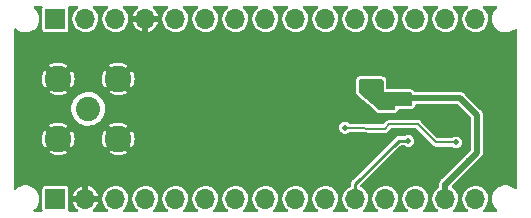
<source format=gbl>
%TF.GenerationSoftware,KiCad,Pcbnew,(5.99.0-8703-ge6b2699d93)*%
%TF.CreationDate,2021-02-16T00:04:42+01:00*%
%TF.ProjectId,ax5243-test-board,61783532-3433-42d7-9465-73742d626f61,B*%
%TF.SameCoordinates,PX8954400PY4e33880*%
%TF.FileFunction,Copper,L2,Bot*%
%TF.FilePolarity,Positive*%
%FSLAX46Y46*%
G04 Gerber Fmt 4.6, Leading zero omitted, Abs format (unit mm)*
G04 Created by KiCad (PCBNEW (5.99.0-8703-ge6b2699d93)) date 2021-02-16 00:04:42*
%MOMM*%
%LPD*%
G01*
G04 APERTURE LIST*
%TA.AperFunction,ComponentPad*%
%ADD10C,2.050000*%
%TD*%
%TA.AperFunction,ComponentPad*%
%ADD11C,2.250000*%
%TD*%
%TA.AperFunction,ComponentPad*%
%ADD12C,0.510000*%
%TD*%
%TA.AperFunction,ComponentPad*%
%ADD13R,1.700000X1.700000*%
%TD*%
%TA.AperFunction,ComponentPad*%
%ADD14O,1.700000X1.700000*%
%TD*%
%TA.AperFunction,ViaPad*%
%ADD15C,0.500000*%
%TD*%
%TA.AperFunction,Conductor*%
%ADD16C,0.250000*%
%TD*%
%TA.AperFunction,Conductor*%
%ADD17C,0.500000*%
%TD*%
%TA.AperFunction,Conductor*%
%ADD18C,0.200000*%
%TD*%
G04 APERTURE END LIST*
D10*
%TO.P,J1,1,In*%
%TO.N,/ANT*%
X-15000000Y0D03*
D11*
%TO.P,J1,2,Ext*%
%TO.N,GND*%
X-12460000Y2540000D03*
X-17540000Y2540000D03*
X-12460000Y-2540000D03*
X-17540000Y-2540000D03*
%TD*%
D12*
%TO.P,U1,21,GND*%
%TO.N,GND*%
X4270000Y-130000D03*
X5130000Y730000D03*
X4270000Y730000D03*
X5130000Y-130000D03*
%TD*%
D13*
%TO.P,J2,1,Pin_1*%
%TO.N,unconnected-(J2-Pad1)*%
X-17780000Y7620000D03*
D14*
%TO.P,J2,2,Pin_2*%
%TO.N,unconnected-(J2-Pad2)*%
X-15240000Y7620000D03*
%TO.P,J2,3,Pin_3*%
%TO.N,unconnected-(J2-Pad3)*%
X-12700000Y7620000D03*
%TO.P,J2,4,Pin_4*%
%TO.N,GND*%
X-10160000Y7620000D03*
%TO.P,J2,5,Pin_5*%
%TO.N,unconnected-(J2-Pad5)*%
X-7620000Y7620000D03*
%TO.P,J2,6,Pin_6*%
%TO.N,unconnected-(J2-Pad6)*%
X-5080000Y7620000D03*
%TO.P,J2,7,Pin_7*%
%TO.N,unconnected-(J2-Pad7)*%
X-2540000Y7620000D03*
%TO.P,J2,8,Pin_8*%
%TO.N,unconnected-(J2-Pad8)*%
X0Y7620000D03*
%TO.P,J2,9,Pin_9*%
%TO.N,unconnected-(J2-Pad9)*%
X2540000Y7620000D03*
%TO.P,J2,10,Pin_10*%
%TO.N,unconnected-(J2-Pad10)*%
X5080000Y7620000D03*
%TO.P,J2,11,Pin_11*%
%TO.N,unconnected-(J2-Pad11)*%
X7620000Y7620000D03*
%TO.P,J2,12,Pin_12*%
%TO.N,IRQ*%
X10160000Y7620000D03*
%TO.P,J2,13,Pin_13*%
%TO.N,SEL*%
X12700000Y7620000D03*
%TO.P,J2,14,Pin_14*%
%TO.N,MOSI*%
X15240000Y7620000D03*
%TO.P,J2,15,Pin_15*%
%TO.N,MISO*%
X17780000Y7620000D03*
%TD*%
D13*
%TO.P,J3,1,Pin_1*%
%TO.N,unconnected-(J3-Pad1)*%
X-17780000Y-7620000D03*
D14*
%TO.P,J3,2,Pin_2*%
%TO.N,GND*%
X-15240000Y-7620000D03*
%TO.P,J3,3,Pin_3*%
%TO.N,unconnected-(J3-Pad3)*%
X-12700000Y-7620000D03*
%TO.P,J3,4,Pin_4*%
%TO.N,unconnected-(J3-Pad4)*%
X-10160000Y-7620000D03*
%TO.P,J3,5,Pin_5*%
%TO.N,unconnected-(J3-Pad5)*%
X-7620000Y-7620000D03*
%TO.P,J3,6,Pin_6*%
%TO.N,unconnected-(J3-Pad6)*%
X-5080000Y-7620000D03*
%TO.P,J3,7,Pin_7*%
%TO.N,unconnected-(J3-Pad7)*%
X-2540000Y-7620000D03*
%TO.P,J3,8,Pin_8*%
%TO.N,unconnected-(J3-Pad8)*%
X0Y-7620000D03*
%TO.P,J3,9,Pin_9*%
%TO.N,unconnected-(J3-Pad9)*%
X2540000Y-7620000D03*
%TO.P,J3,10,Pin_10*%
%TO.N,unconnected-(J3-Pad10)*%
X5080000Y-7620000D03*
%TO.P,J3,11,Pin_11*%
%TO.N,DAC_OUT*%
X7620000Y-7620000D03*
%TO.P,J3,12,Pin_12*%
%TO.N,SYSCLK*%
X10160000Y-7620000D03*
%TO.P,J3,13,Pin_13*%
%TO.N,unconnected-(J3-Pad13)*%
X12700000Y-7620000D03*
%TO.P,J3,14,Pin_14*%
%TO.N,VDD*%
X15240000Y-7620000D03*
%TO.P,J3,15,Pin_15*%
%TO.N,CLK*%
X17780000Y-7620000D03*
%TD*%
D15*
%TO.N,GND*%
X-20500000Y-2000000D03*
X13950000Y-6630000D03*
X2800000Y-3900000D03*
X-8910000Y-6630000D03*
X-5000000Y1600000D03*
X-6370000Y6730000D03*
X-20500000Y0D03*
X-800000Y3900000D03*
X200000Y-4300000D03*
X2350000Y-2750000D03*
X-9600000Y-1700000D03*
X20500000Y-5500000D03*
X2400000Y3600000D03*
X1800000Y4150000D03*
X6150000Y3000000D03*
X-20500000Y2000000D03*
X11410000Y-6630000D03*
X16490000Y6730000D03*
X-2850000Y-1650000D03*
X2900000Y-1450000D03*
X-1400000Y-3250000D03*
X-2900000Y1700000D03*
X-9600000Y1150000D03*
X13300000Y3050000D03*
X-8910000Y6730000D03*
X16490000Y-6630000D03*
X-13990000Y6730000D03*
X-3450000Y-2200000D03*
X-6370000Y-6630000D03*
X20500000Y-2000000D03*
X11410000Y6730000D03*
X-1400000Y3400000D03*
X-800000Y-3800000D03*
X19030000Y-6630000D03*
X-20500000Y-5500000D03*
X8800000Y-4050000D03*
X-7000000Y-1700000D03*
X20500000Y2000000D03*
X7300000Y-3000000D03*
X-7900000Y-1600000D03*
X13450000Y-2850000D03*
X-11450000Y6730000D03*
X-4050000Y-1650000D03*
X1250000Y-6630000D03*
X-6800000Y1550000D03*
X800000Y4400000D03*
X8870000Y6730000D03*
X-1900000Y1600000D03*
X6330000Y6730000D03*
X-5000000Y-1600000D03*
X-1290000Y6730000D03*
X13950000Y2450000D03*
X1250000Y6730000D03*
X3790000Y6730000D03*
X2000000Y950000D03*
X-3830000Y-6630000D03*
X20500000Y5500000D03*
X-3500000Y2200000D03*
X-1290000Y-6630000D03*
X7650000Y3700000D03*
X20500000Y0D03*
X7650000Y2950000D03*
X3790000Y-6630000D03*
X-4100000Y1700000D03*
X13950000Y6730000D03*
X1750000Y-3250000D03*
X-5800000Y-1700000D03*
X20500000Y4000000D03*
X6700000Y3600000D03*
X2700000Y2800000D03*
X10500000Y2300000D03*
X850000Y-4300000D03*
X15750000Y-600000D03*
X19030000Y6730000D03*
X-20500000Y4000000D03*
X15726107Y-1700000D03*
X6330000Y-6630000D03*
X-11450000Y-6630000D03*
X-8300000Y1700000D03*
X8870000Y-6630000D03*
X-20500000Y5500000D03*
X-1900000Y-1600000D03*
X250000Y4400000D03*
X-20500000Y-4000000D03*
X20500000Y-4000000D03*
X-3830000Y6730000D03*
X-10200000Y-1200000D03*
X-13990000Y-6630000D03*
X-6400000Y-2200000D03*
%TO.N,DAC_OUT*%
X12100000Y-2700000D03*
%TO.N,VDD*%
X9500000Y700000D03*
X9506885Y2010497D03*
X10500000Y250000D03*
X9506885Y1410497D03*
%TO.N,SEL*%
X16144938Y-2844938D03*
X6750000Y-1600000D03*
%TD*%
D16*
%TO.N,DAC_OUT*%
X7620000Y-6350000D02*
X7620000Y-7620000D01*
X12100000Y-2700000D02*
X11270000Y-2700000D01*
X11270000Y-2700000D02*
X7620000Y-6350000D01*
D17*
%TO.N,VDD*%
X17900000Y-3700000D02*
X17450000Y-4150000D01*
X14500000Y900000D02*
X12000000Y900000D01*
X17900000Y-500000D02*
X17900000Y-3700000D01*
X15250000Y-6350000D02*
X15240000Y-6350000D01*
X17450000Y-4150000D02*
X15250000Y-6350000D01*
X15240000Y-6350000D02*
X15240000Y-7620000D01*
X17450000Y-4150000D02*
X17150000Y-4450000D01*
X14100000Y900000D02*
X14500000Y900000D01*
X11800000Y700000D02*
X9500000Y700000D01*
X14500000Y900000D02*
X16500000Y900000D01*
X12000000Y900000D02*
X11800000Y700000D01*
X16500000Y900000D02*
X17900000Y-500000D01*
D18*
%TO.N,SEL*%
X12900000Y-1300000D02*
X14444938Y-2844938D01*
X6750000Y-1600000D02*
X10124916Y-1675084D01*
X10124916Y-1675084D02*
X10500000Y-1300000D01*
X14444938Y-2844938D02*
X16144938Y-2844938D01*
X10500000Y-1300000D02*
X12900000Y-1300000D01*
%TD*%
%TA.AperFunction,Conductor*%
%TO.N,VDD*%
G36*
X9959191Y2481093D02*
G01*
X9995155Y2431593D01*
X10000000Y2401000D01*
X10000000Y1400000D01*
X12301000Y1400000D01*
X12359191Y1381093D01*
X12395155Y1331593D01*
X12400000Y1301000D01*
X12400000Y299000D01*
X12381093Y240809D01*
X12331593Y204845D01*
X12301000Y200000D01*
X11000000Y200000D01*
X11000000Y-1000D01*
X10981093Y-59191D01*
X10931593Y-95155D01*
X10901000Y-100000D01*
X9686622Y-100000D01*
X9628431Y-81093D01*
X9622194Y-76166D01*
X7934572Y1370367D01*
X7902695Y1422592D01*
X7900000Y1445533D01*
X7900000Y2401000D01*
X7918907Y2459191D01*
X7968407Y2495155D01*
X7999000Y2500000D01*
X9901000Y2500000D01*
X9959191Y2481093D01*
G37*
%TD.AperFunction*%
%TD*%
%TA.AperFunction,Conductor*%
%TO.N,GND*%
G36*
X-18899196Y8681093D02*
G01*
X-18863232Y8631593D01*
X-18863232Y8571995D01*
X-18866051Y8567776D01*
X-18867953Y8558216D01*
X-18867953Y8558215D01*
X-18873437Y8530645D01*
X-18885500Y8470000D01*
X-18885500Y6770000D01*
X-18866051Y6672224D01*
X-18810666Y6589334D01*
X-18727776Y6533949D01*
X-18630000Y6514500D01*
X-16930000Y6514500D01*
X-16832224Y6533949D01*
X-16749334Y6589334D01*
X-16693949Y6672224D01*
X-16674500Y6770000D01*
X-16674500Y8470000D01*
X-16686563Y8530645D01*
X-16692047Y8558215D01*
X-16692047Y8558216D01*
X-16693949Y8567776D01*
X-16694509Y8568614D01*
X-16698878Y8624109D01*
X-16666910Y8676279D01*
X-16610382Y8699695D01*
X-16602613Y8700000D01*
X-15930265Y8700000D01*
X-15872074Y8681093D01*
X-15836110Y8631593D01*
X-15836110Y8570407D01*
X-15872987Y8520252D01*
X-15888130Y8509510D01*
X-15962356Y8456858D01*
X-16107570Y8305166D01*
X-16221480Y8128751D01*
X-16223238Y8124390D01*
X-16223238Y8124389D01*
X-16262955Y8025837D01*
X-16299975Y7933979D01*
X-16300876Y7929366D01*
X-16300877Y7929362D01*
X-16321384Y7824350D01*
X-16340224Y7727878D01*
X-16340774Y7517884D01*
X-16339896Y7513262D01*
X-16339896Y7513257D01*
X-16314637Y7380218D01*
X-16301605Y7311575D01*
X-16224130Y7116395D01*
X-16221590Y7112416D01*
X-16113684Y6943361D01*
X-16113680Y6943356D01*
X-16111146Y6939386D01*
X-15966728Y6786936D01*
X-15962898Y6784189D01*
X-15962897Y6784188D01*
X-15804570Y6670627D01*
X-15796089Y6664544D01*
X-15791808Y6662571D01*
X-15791809Y6662571D01*
X-15610685Y6579072D01*
X-15605384Y6576628D01*
X-15600817Y6575502D01*
X-15600814Y6575501D01*
X-15564776Y6566616D01*
X-15401495Y6526359D01*
X-15317073Y6522009D01*
X-15196484Y6515794D01*
X-15196479Y6515794D01*
X-15191779Y6515552D01*
X-15187118Y6516203D01*
X-15187115Y6516203D01*
X-14988470Y6543944D01*
X-14988467Y6543945D01*
X-14983803Y6544596D01*
X-14974456Y6547787D01*
X-14789531Y6610921D01*
X-14789528Y6610922D01*
X-14785071Y6612444D01*
X-14602754Y6716646D01*
X-14443431Y6853444D01*
X-14440497Y6857139D01*
X-14315781Y7014210D01*
X-14315779Y7014213D01*
X-14312850Y7017902D01*
X-14215723Y7204084D01*
X-14155554Y7405274D01*
X-14134515Y7614212D01*
X-14134500Y7620000D01*
X-14154445Y7829045D01*
X-14213559Y8030547D01*
X-14229856Y8062191D01*
X-14307553Y8213048D01*
X-14309710Y8217236D01*
X-14317684Y8227388D01*
X-14436515Y8378666D01*
X-14436517Y8378668D01*
X-14439428Y8382374D01*
X-14442984Y8385460D01*
X-14442988Y8385464D01*
X-14545898Y8474764D01*
X-14598033Y8520005D01*
X-14599840Y8521050D01*
X-14635755Y8569586D01*
X-14636289Y8630769D01*
X-14600759Y8680582D01*
X-14541871Y8700000D01*
X-13390265Y8700000D01*
X-13332074Y8681093D01*
X-13296110Y8631593D01*
X-13296110Y8570407D01*
X-13332987Y8520252D01*
X-13348130Y8509510D01*
X-13422356Y8456858D01*
X-13567570Y8305166D01*
X-13681480Y8128751D01*
X-13683238Y8124390D01*
X-13683238Y8124389D01*
X-13722955Y8025837D01*
X-13759975Y7933979D01*
X-13760876Y7929366D01*
X-13760877Y7929362D01*
X-13781384Y7824350D01*
X-13800224Y7727878D01*
X-13800774Y7517884D01*
X-13799896Y7513262D01*
X-13799896Y7513257D01*
X-13774637Y7380218D01*
X-13761605Y7311575D01*
X-13684130Y7116395D01*
X-13681590Y7112416D01*
X-13573684Y6943361D01*
X-13573680Y6943356D01*
X-13571146Y6939386D01*
X-13426728Y6786936D01*
X-13422898Y6784189D01*
X-13422897Y6784188D01*
X-13264570Y6670627D01*
X-13256089Y6664544D01*
X-13251808Y6662571D01*
X-13251809Y6662571D01*
X-13070685Y6579072D01*
X-13065384Y6576628D01*
X-13060817Y6575502D01*
X-13060814Y6575501D01*
X-13024776Y6566616D01*
X-12861495Y6526359D01*
X-12777073Y6522009D01*
X-12656484Y6515794D01*
X-12656479Y6515794D01*
X-12651779Y6515552D01*
X-12647118Y6516203D01*
X-12647115Y6516203D01*
X-12448470Y6543944D01*
X-12448467Y6543945D01*
X-12443803Y6544596D01*
X-12434456Y6547787D01*
X-12249531Y6610921D01*
X-12249528Y6610922D01*
X-12245071Y6612444D01*
X-12062754Y6716646D01*
X-11903431Y6853444D01*
X-11900497Y6857139D01*
X-11775781Y7014210D01*
X-11775779Y7014213D01*
X-11772850Y7017902D01*
X-11675723Y7204084D01*
X-11630967Y7353736D01*
X-11229103Y7353736D01*
X-11222004Y7316345D01*
X-11219386Y7307335D01*
X-11145425Y7121007D01*
X-11141145Y7112644D01*
X-11033289Y6943669D01*
X-11027511Y6936273D01*
X-10889641Y6790733D01*
X-10882571Y6784565D01*
X-10719666Y6667722D01*
X-10711559Y6663004D01*
X-10529496Y6579072D01*
X-10520648Y6575973D01*
X-10429222Y6553432D01*
X-10416620Y6554346D01*
X-10414000Y6563527D01*
X-10414000Y7350320D01*
X-10416417Y7357757D01*
X-9906000Y7357757D01*
X-9906000Y6560472D01*
X-9901878Y6547787D01*
X-9900598Y6546856D01*
X-9899108Y6546726D01*
X-9709732Y6611378D01*
X-9701188Y6615236D01*
X-9527133Y6714717D01*
X-9519468Y6720124D01*
X-9367370Y6850718D01*
X-9360857Y6857486D01*
X-9236200Y7014482D01*
X-9231089Y7022353D01*
X-9138368Y7200089D01*
X-9134834Y7208793D01*
X-9092312Y7350976D01*
X-9092590Y7362784D01*
X-9102901Y7366000D01*
X-9890320Y7366000D01*
X-9903005Y7361878D01*
X-9906000Y7357757D01*
X-10416417Y7357757D01*
X-10418122Y7363005D01*
X-10422243Y7366000D01*
X-11215751Y7366000D01*
X-11228436Y7361878D01*
X-11228601Y7361652D01*
X-11229103Y7353736D01*
X-11630967Y7353736D01*
X-11615554Y7405274D01*
X-11594515Y7614212D01*
X-11594500Y7620000D01*
X-11614445Y7829045D01*
X-11673559Y8030547D01*
X-11689856Y8062191D01*
X-11767553Y8213048D01*
X-11769710Y8217236D01*
X-11777684Y8227388D01*
X-11896515Y8378666D01*
X-11896517Y8378668D01*
X-11899428Y8382374D01*
X-11902984Y8385460D01*
X-11902988Y8385464D01*
X-12005898Y8474764D01*
X-12058033Y8520005D01*
X-12059840Y8521050D01*
X-12095755Y8569586D01*
X-12096289Y8630769D01*
X-12060759Y8680582D01*
X-12001871Y8700000D01*
X-10849406Y8700000D01*
X-10791215Y8681093D01*
X-10755251Y8631593D01*
X-10755251Y8570407D01*
X-10792128Y8520252D01*
X-10878187Y8459206D01*
X-10885287Y8453077D01*
X-11023920Y8308260D01*
X-11029734Y8300897D01*
X-11138483Y8132475D01*
X-11142794Y8124159D01*
X-11217735Y7938207D01*
X-11220399Y7929211D01*
X-11228176Y7889387D01*
X-11226563Y7876151D01*
X-11226466Y7876047D01*
X-11218565Y7874000D01*
X-9103832Y7874000D01*
X-9092514Y7877677D01*
X-9092361Y7888347D01*
X-9132696Y8025837D01*
X-9136180Y8034549D01*
X-9227974Y8212778D01*
X-9233044Y8220674D01*
X-9356878Y8378323D01*
X-9363347Y8385116D01*
X-9514763Y8516509D01*
X-9520220Y8520401D01*
X-9556615Y8569585D01*
X-9557151Y8630768D01*
X-9521621Y8680580D01*
X-9462732Y8700000D01*
X-8310265Y8700000D01*
X-8252074Y8681093D01*
X-8216110Y8631593D01*
X-8216110Y8570407D01*
X-8252987Y8520252D01*
X-8268130Y8509510D01*
X-8342356Y8456858D01*
X-8487570Y8305166D01*
X-8601480Y8128751D01*
X-8603238Y8124390D01*
X-8603238Y8124389D01*
X-8642955Y8025837D01*
X-8679975Y7933979D01*
X-8680876Y7929366D01*
X-8680877Y7929362D01*
X-8701384Y7824350D01*
X-8720224Y7727878D01*
X-8720774Y7517884D01*
X-8719896Y7513262D01*
X-8719896Y7513257D01*
X-8694637Y7380218D01*
X-8681605Y7311575D01*
X-8604130Y7116395D01*
X-8601590Y7112416D01*
X-8493684Y6943361D01*
X-8493680Y6943356D01*
X-8491146Y6939386D01*
X-8346728Y6786936D01*
X-8342898Y6784189D01*
X-8342897Y6784188D01*
X-8184570Y6670627D01*
X-8176089Y6664544D01*
X-8171808Y6662571D01*
X-8171809Y6662571D01*
X-7990685Y6579072D01*
X-7985384Y6576628D01*
X-7980817Y6575502D01*
X-7980814Y6575501D01*
X-7944776Y6566616D01*
X-7781495Y6526359D01*
X-7697073Y6522009D01*
X-7576484Y6515794D01*
X-7576479Y6515794D01*
X-7571779Y6515552D01*
X-7567118Y6516203D01*
X-7567115Y6516203D01*
X-7368470Y6543944D01*
X-7368467Y6543945D01*
X-7363803Y6544596D01*
X-7354456Y6547787D01*
X-7169531Y6610921D01*
X-7169528Y6610922D01*
X-7165071Y6612444D01*
X-6982754Y6716646D01*
X-6823431Y6853444D01*
X-6820497Y6857139D01*
X-6695781Y7014210D01*
X-6695779Y7014213D01*
X-6692850Y7017902D01*
X-6595723Y7204084D01*
X-6535554Y7405274D01*
X-6514515Y7614212D01*
X-6514500Y7620000D01*
X-6534445Y7829045D01*
X-6593559Y8030547D01*
X-6609856Y8062191D01*
X-6687553Y8213048D01*
X-6689710Y8217236D01*
X-6697684Y8227388D01*
X-6816515Y8378666D01*
X-6816517Y8378668D01*
X-6819428Y8382374D01*
X-6822984Y8385460D01*
X-6822988Y8385464D01*
X-6925898Y8474764D01*
X-6978033Y8520005D01*
X-6979840Y8521050D01*
X-7015755Y8569586D01*
X-7016289Y8630769D01*
X-6980759Y8680582D01*
X-6921871Y8700000D01*
X-5770265Y8700000D01*
X-5712074Y8681093D01*
X-5676110Y8631593D01*
X-5676110Y8570407D01*
X-5712987Y8520252D01*
X-5728130Y8509510D01*
X-5802356Y8456858D01*
X-5947570Y8305166D01*
X-6061480Y8128751D01*
X-6063238Y8124390D01*
X-6063238Y8124389D01*
X-6102955Y8025837D01*
X-6139975Y7933979D01*
X-6140876Y7929366D01*
X-6140877Y7929362D01*
X-6161384Y7824350D01*
X-6180224Y7727878D01*
X-6180774Y7517884D01*
X-6179896Y7513262D01*
X-6179896Y7513257D01*
X-6154637Y7380218D01*
X-6141605Y7311575D01*
X-6064130Y7116395D01*
X-6061590Y7112416D01*
X-5953684Y6943361D01*
X-5953680Y6943356D01*
X-5951146Y6939386D01*
X-5806728Y6786936D01*
X-5802898Y6784189D01*
X-5802897Y6784188D01*
X-5644570Y6670627D01*
X-5636089Y6664544D01*
X-5631808Y6662571D01*
X-5631809Y6662571D01*
X-5450685Y6579072D01*
X-5445384Y6576628D01*
X-5440817Y6575502D01*
X-5440814Y6575501D01*
X-5404776Y6566616D01*
X-5241495Y6526359D01*
X-5157073Y6522009D01*
X-5036484Y6515794D01*
X-5036479Y6515794D01*
X-5031779Y6515552D01*
X-5027118Y6516203D01*
X-5027115Y6516203D01*
X-4828470Y6543944D01*
X-4828467Y6543945D01*
X-4823803Y6544596D01*
X-4814456Y6547787D01*
X-4629531Y6610921D01*
X-4629528Y6610922D01*
X-4625071Y6612444D01*
X-4442754Y6716646D01*
X-4283431Y6853444D01*
X-4280497Y6857139D01*
X-4155781Y7014210D01*
X-4155779Y7014213D01*
X-4152850Y7017902D01*
X-4055723Y7204084D01*
X-3995554Y7405274D01*
X-3974515Y7614212D01*
X-3974500Y7620000D01*
X-3994445Y7829045D01*
X-4053559Y8030547D01*
X-4069856Y8062191D01*
X-4147553Y8213048D01*
X-4149710Y8217236D01*
X-4157684Y8227388D01*
X-4276515Y8378666D01*
X-4276517Y8378668D01*
X-4279428Y8382374D01*
X-4282984Y8385460D01*
X-4282988Y8385464D01*
X-4385898Y8474764D01*
X-4438033Y8520005D01*
X-4439840Y8521050D01*
X-4475755Y8569586D01*
X-4476289Y8630769D01*
X-4440759Y8680582D01*
X-4381871Y8700000D01*
X-3230265Y8700000D01*
X-3172074Y8681093D01*
X-3136110Y8631593D01*
X-3136110Y8570407D01*
X-3172987Y8520252D01*
X-3188130Y8509510D01*
X-3262356Y8456858D01*
X-3407570Y8305166D01*
X-3521480Y8128751D01*
X-3523238Y8124390D01*
X-3523238Y8124389D01*
X-3562955Y8025837D01*
X-3599975Y7933979D01*
X-3600876Y7929366D01*
X-3600877Y7929362D01*
X-3621384Y7824350D01*
X-3640224Y7727878D01*
X-3640774Y7517884D01*
X-3639896Y7513262D01*
X-3639896Y7513257D01*
X-3614637Y7380218D01*
X-3601605Y7311575D01*
X-3524130Y7116395D01*
X-3521590Y7112416D01*
X-3413684Y6943361D01*
X-3413680Y6943356D01*
X-3411146Y6939386D01*
X-3266728Y6786936D01*
X-3262898Y6784189D01*
X-3262897Y6784188D01*
X-3104570Y6670627D01*
X-3096089Y6664544D01*
X-3091808Y6662571D01*
X-3091809Y6662571D01*
X-2910685Y6579072D01*
X-2905384Y6576628D01*
X-2900817Y6575502D01*
X-2900814Y6575501D01*
X-2864776Y6566616D01*
X-2701495Y6526359D01*
X-2617073Y6522009D01*
X-2496484Y6515794D01*
X-2496479Y6515794D01*
X-2491779Y6515552D01*
X-2487118Y6516203D01*
X-2487115Y6516203D01*
X-2288470Y6543944D01*
X-2288467Y6543945D01*
X-2283803Y6544596D01*
X-2274456Y6547787D01*
X-2089531Y6610921D01*
X-2089528Y6610922D01*
X-2085071Y6612444D01*
X-1902754Y6716646D01*
X-1743431Y6853444D01*
X-1740497Y6857139D01*
X-1615781Y7014210D01*
X-1615779Y7014213D01*
X-1612850Y7017902D01*
X-1515723Y7204084D01*
X-1455554Y7405274D01*
X-1434515Y7614212D01*
X-1434500Y7620000D01*
X-1454445Y7829045D01*
X-1513559Y8030547D01*
X-1529856Y8062191D01*
X-1607553Y8213048D01*
X-1609710Y8217236D01*
X-1617684Y8227388D01*
X-1736515Y8378666D01*
X-1736517Y8378668D01*
X-1739428Y8382374D01*
X-1742984Y8385460D01*
X-1742988Y8385464D01*
X-1845898Y8474764D01*
X-1898033Y8520005D01*
X-1899840Y8521050D01*
X-1935755Y8569586D01*
X-1936289Y8630769D01*
X-1900759Y8680582D01*
X-1841871Y8700000D01*
X-690265Y8700000D01*
X-632074Y8681093D01*
X-596110Y8631593D01*
X-596110Y8570407D01*
X-632987Y8520252D01*
X-648130Y8509510D01*
X-722356Y8456858D01*
X-867570Y8305166D01*
X-981480Y8128751D01*
X-983238Y8124390D01*
X-983238Y8124389D01*
X-1022955Y8025837D01*
X-1059975Y7933979D01*
X-1060876Y7929366D01*
X-1060877Y7929362D01*
X-1081384Y7824350D01*
X-1100224Y7727878D01*
X-1100774Y7517884D01*
X-1099896Y7513262D01*
X-1099896Y7513257D01*
X-1074637Y7380218D01*
X-1061605Y7311575D01*
X-984130Y7116395D01*
X-981590Y7112416D01*
X-873684Y6943361D01*
X-873680Y6943356D01*
X-871146Y6939386D01*
X-726728Y6786936D01*
X-722898Y6784189D01*
X-722897Y6784188D01*
X-564570Y6670627D01*
X-556089Y6664544D01*
X-551808Y6662571D01*
X-551809Y6662571D01*
X-370685Y6579072D01*
X-365384Y6576628D01*
X-360817Y6575502D01*
X-360814Y6575501D01*
X-324776Y6566616D01*
X-161495Y6526359D01*
X-77073Y6522009D01*
X43516Y6515794D01*
X43521Y6515794D01*
X48221Y6515552D01*
X52882Y6516203D01*
X52885Y6516203D01*
X251530Y6543944D01*
X251533Y6543945D01*
X256197Y6544596D01*
X265544Y6547787D01*
X450469Y6610921D01*
X450472Y6610922D01*
X454929Y6612444D01*
X637246Y6716646D01*
X796569Y6853444D01*
X799503Y6857139D01*
X924219Y7014210D01*
X924221Y7014213D01*
X927150Y7017902D01*
X1024277Y7204084D01*
X1084446Y7405274D01*
X1105485Y7614212D01*
X1105500Y7620000D01*
X1085555Y7829045D01*
X1026441Y8030547D01*
X1010144Y8062191D01*
X932447Y8213048D01*
X930290Y8217236D01*
X922316Y8227388D01*
X803485Y8378666D01*
X803483Y8378668D01*
X800572Y8382374D01*
X797016Y8385460D01*
X797012Y8385464D01*
X694102Y8474764D01*
X641967Y8520005D01*
X640160Y8521050D01*
X604245Y8569586D01*
X603711Y8630769D01*
X639241Y8680582D01*
X698129Y8700000D01*
X1849735Y8700000D01*
X1907926Y8681093D01*
X1943890Y8631593D01*
X1943890Y8570407D01*
X1907013Y8520252D01*
X1891870Y8509510D01*
X1817644Y8456858D01*
X1672430Y8305166D01*
X1558520Y8128751D01*
X1556762Y8124390D01*
X1556762Y8124389D01*
X1517045Y8025837D01*
X1480025Y7933979D01*
X1479124Y7929366D01*
X1479123Y7929362D01*
X1458616Y7824350D01*
X1439776Y7727878D01*
X1439226Y7517884D01*
X1440104Y7513262D01*
X1440104Y7513257D01*
X1465363Y7380218D01*
X1478395Y7311575D01*
X1555870Y7116395D01*
X1558410Y7112416D01*
X1666316Y6943361D01*
X1666320Y6943356D01*
X1668854Y6939386D01*
X1813272Y6786936D01*
X1817102Y6784189D01*
X1817103Y6784188D01*
X1975430Y6670627D01*
X1983911Y6664544D01*
X1988192Y6662571D01*
X1988191Y6662571D01*
X2169315Y6579072D01*
X2174616Y6576628D01*
X2179183Y6575502D01*
X2179186Y6575501D01*
X2215224Y6566616D01*
X2378505Y6526359D01*
X2462927Y6522009D01*
X2583516Y6515794D01*
X2583521Y6515794D01*
X2588221Y6515552D01*
X2592882Y6516203D01*
X2592885Y6516203D01*
X2791530Y6543944D01*
X2791533Y6543945D01*
X2796197Y6544596D01*
X2805544Y6547787D01*
X2990469Y6610921D01*
X2990472Y6610922D01*
X2994929Y6612444D01*
X3177246Y6716646D01*
X3336569Y6853444D01*
X3339503Y6857139D01*
X3464219Y7014210D01*
X3464221Y7014213D01*
X3467150Y7017902D01*
X3564277Y7204084D01*
X3624446Y7405274D01*
X3645485Y7614212D01*
X3645500Y7620000D01*
X3625555Y7829045D01*
X3566441Y8030547D01*
X3550144Y8062191D01*
X3472447Y8213048D01*
X3470290Y8217236D01*
X3462316Y8227388D01*
X3343485Y8378666D01*
X3343483Y8378668D01*
X3340572Y8382374D01*
X3337016Y8385460D01*
X3337012Y8385464D01*
X3234102Y8474764D01*
X3181967Y8520005D01*
X3180160Y8521050D01*
X3144245Y8569586D01*
X3143711Y8630769D01*
X3179241Y8680582D01*
X3238129Y8700000D01*
X4389735Y8700000D01*
X4447926Y8681093D01*
X4483890Y8631593D01*
X4483890Y8570407D01*
X4447013Y8520252D01*
X4431870Y8509510D01*
X4357644Y8456858D01*
X4212430Y8305166D01*
X4098520Y8128751D01*
X4096762Y8124390D01*
X4096762Y8124389D01*
X4057045Y8025837D01*
X4020025Y7933979D01*
X4019124Y7929366D01*
X4019123Y7929362D01*
X3998616Y7824350D01*
X3979776Y7727878D01*
X3979226Y7517884D01*
X3980104Y7513262D01*
X3980104Y7513257D01*
X4005363Y7380218D01*
X4018395Y7311575D01*
X4095870Y7116395D01*
X4098410Y7112416D01*
X4206316Y6943361D01*
X4206320Y6943356D01*
X4208854Y6939386D01*
X4353272Y6786936D01*
X4357102Y6784189D01*
X4357103Y6784188D01*
X4515430Y6670627D01*
X4523911Y6664544D01*
X4528192Y6662571D01*
X4528191Y6662571D01*
X4709315Y6579072D01*
X4714616Y6576628D01*
X4719183Y6575502D01*
X4719186Y6575501D01*
X4755224Y6566616D01*
X4918505Y6526359D01*
X5002927Y6522009D01*
X5123516Y6515794D01*
X5123521Y6515794D01*
X5128221Y6515552D01*
X5132882Y6516203D01*
X5132885Y6516203D01*
X5331530Y6543944D01*
X5331533Y6543945D01*
X5336197Y6544596D01*
X5345544Y6547787D01*
X5530469Y6610921D01*
X5530472Y6610922D01*
X5534929Y6612444D01*
X5717246Y6716646D01*
X5876569Y6853444D01*
X5879503Y6857139D01*
X6004219Y7014210D01*
X6004221Y7014213D01*
X6007150Y7017902D01*
X6104277Y7204084D01*
X6164446Y7405274D01*
X6185485Y7614212D01*
X6185500Y7620000D01*
X6165555Y7829045D01*
X6106441Y8030547D01*
X6090144Y8062191D01*
X6012447Y8213048D01*
X6010290Y8217236D01*
X6002316Y8227388D01*
X5883485Y8378666D01*
X5883483Y8378668D01*
X5880572Y8382374D01*
X5877016Y8385460D01*
X5877012Y8385464D01*
X5774102Y8474764D01*
X5721967Y8520005D01*
X5720160Y8521050D01*
X5684245Y8569586D01*
X5683711Y8630769D01*
X5719241Y8680582D01*
X5778129Y8700000D01*
X6929735Y8700000D01*
X6987926Y8681093D01*
X7023890Y8631593D01*
X7023890Y8570407D01*
X6987013Y8520252D01*
X6971870Y8509510D01*
X6897644Y8456858D01*
X6752430Y8305166D01*
X6638520Y8128751D01*
X6636762Y8124390D01*
X6636762Y8124389D01*
X6597045Y8025837D01*
X6560025Y7933979D01*
X6559124Y7929366D01*
X6559123Y7929362D01*
X6538616Y7824350D01*
X6519776Y7727878D01*
X6519226Y7517884D01*
X6520104Y7513262D01*
X6520104Y7513257D01*
X6545363Y7380218D01*
X6558395Y7311575D01*
X6635870Y7116395D01*
X6638410Y7112416D01*
X6746316Y6943361D01*
X6746320Y6943356D01*
X6748854Y6939386D01*
X6893272Y6786936D01*
X6897102Y6784189D01*
X6897103Y6784188D01*
X7055430Y6670627D01*
X7063911Y6664544D01*
X7068192Y6662571D01*
X7068191Y6662571D01*
X7249315Y6579072D01*
X7254616Y6576628D01*
X7259183Y6575502D01*
X7259186Y6575501D01*
X7295224Y6566616D01*
X7458505Y6526359D01*
X7542927Y6522009D01*
X7663516Y6515794D01*
X7663521Y6515794D01*
X7668221Y6515552D01*
X7672882Y6516203D01*
X7672885Y6516203D01*
X7871530Y6543944D01*
X7871533Y6543945D01*
X7876197Y6544596D01*
X7885544Y6547787D01*
X8070469Y6610921D01*
X8070472Y6610922D01*
X8074929Y6612444D01*
X8257246Y6716646D01*
X8416569Y6853444D01*
X8419503Y6857139D01*
X8544219Y7014210D01*
X8544221Y7014213D01*
X8547150Y7017902D01*
X8644277Y7204084D01*
X8704446Y7405274D01*
X8725485Y7614212D01*
X8725500Y7620000D01*
X8705555Y7829045D01*
X8646441Y8030547D01*
X8630144Y8062191D01*
X8552447Y8213048D01*
X8550290Y8217236D01*
X8542316Y8227388D01*
X8423485Y8378666D01*
X8423483Y8378668D01*
X8420572Y8382374D01*
X8417016Y8385460D01*
X8417012Y8385464D01*
X8314102Y8474764D01*
X8261967Y8520005D01*
X8260160Y8521050D01*
X8224245Y8569586D01*
X8223711Y8630769D01*
X8259241Y8680582D01*
X8318129Y8700000D01*
X9469735Y8700000D01*
X9527926Y8681093D01*
X9563890Y8631593D01*
X9563890Y8570407D01*
X9527013Y8520252D01*
X9511870Y8509510D01*
X9437644Y8456858D01*
X9292430Y8305166D01*
X9178520Y8128751D01*
X9176762Y8124390D01*
X9176762Y8124389D01*
X9137045Y8025837D01*
X9100025Y7933979D01*
X9099124Y7929366D01*
X9099123Y7929362D01*
X9078616Y7824350D01*
X9059776Y7727878D01*
X9059226Y7517884D01*
X9060104Y7513262D01*
X9060104Y7513257D01*
X9085363Y7380218D01*
X9098395Y7311575D01*
X9175870Y7116395D01*
X9178410Y7112416D01*
X9286316Y6943361D01*
X9286320Y6943356D01*
X9288854Y6939386D01*
X9433272Y6786936D01*
X9437102Y6784189D01*
X9437103Y6784188D01*
X9595430Y6670627D01*
X9603911Y6664544D01*
X9608192Y6662571D01*
X9608191Y6662571D01*
X9789315Y6579072D01*
X9794616Y6576628D01*
X9799183Y6575502D01*
X9799186Y6575501D01*
X9835224Y6566616D01*
X9998505Y6526359D01*
X10082927Y6522009D01*
X10203516Y6515794D01*
X10203521Y6515794D01*
X10208221Y6515552D01*
X10212882Y6516203D01*
X10212885Y6516203D01*
X10411530Y6543944D01*
X10411533Y6543945D01*
X10416197Y6544596D01*
X10425544Y6547787D01*
X10610469Y6610921D01*
X10610472Y6610922D01*
X10614929Y6612444D01*
X10797246Y6716646D01*
X10956569Y6853444D01*
X10959503Y6857139D01*
X11084219Y7014210D01*
X11084221Y7014213D01*
X11087150Y7017902D01*
X11184277Y7204084D01*
X11244446Y7405274D01*
X11265485Y7614212D01*
X11265500Y7620000D01*
X11245555Y7829045D01*
X11186441Y8030547D01*
X11170144Y8062191D01*
X11092447Y8213048D01*
X11090290Y8217236D01*
X11082316Y8227388D01*
X10963485Y8378666D01*
X10963483Y8378668D01*
X10960572Y8382374D01*
X10957016Y8385460D01*
X10957012Y8385464D01*
X10854102Y8474764D01*
X10801967Y8520005D01*
X10800160Y8521050D01*
X10764245Y8569586D01*
X10763711Y8630769D01*
X10799241Y8680582D01*
X10858129Y8700000D01*
X12009735Y8700000D01*
X12067926Y8681093D01*
X12103890Y8631593D01*
X12103890Y8570407D01*
X12067013Y8520252D01*
X12051870Y8509510D01*
X11977644Y8456858D01*
X11832430Y8305166D01*
X11718520Y8128751D01*
X11716762Y8124390D01*
X11716762Y8124389D01*
X11677045Y8025837D01*
X11640025Y7933979D01*
X11639124Y7929366D01*
X11639123Y7929362D01*
X11618616Y7824350D01*
X11599776Y7727878D01*
X11599226Y7517884D01*
X11600104Y7513262D01*
X11600104Y7513257D01*
X11625363Y7380218D01*
X11638395Y7311575D01*
X11715870Y7116395D01*
X11718410Y7112416D01*
X11826316Y6943361D01*
X11826320Y6943356D01*
X11828854Y6939386D01*
X11973272Y6786936D01*
X11977102Y6784189D01*
X11977103Y6784188D01*
X12135430Y6670627D01*
X12143911Y6664544D01*
X12148192Y6662571D01*
X12148191Y6662571D01*
X12329315Y6579072D01*
X12334616Y6576628D01*
X12339183Y6575502D01*
X12339186Y6575501D01*
X12375224Y6566616D01*
X12538505Y6526359D01*
X12622927Y6522009D01*
X12743516Y6515794D01*
X12743521Y6515794D01*
X12748221Y6515552D01*
X12752882Y6516203D01*
X12752885Y6516203D01*
X12951530Y6543944D01*
X12951533Y6543945D01*
X12956197Y6544596D01*
X12965544Y6547787D01*
X13150469Y6610921D01*
X13150472Y6610922D01*
X13154929Y6612444D01*
X13337246Y6716646D01*
X13496569Y6853444D01*
X13499503Y6857139D01*
X13624219Y7014210D01*
X13624221Y7014213D01*
X13627150Y7017902D01*
X13724277Y7204084D01*
X13784446Y7405274D01*
X13805485Y7614212D01*
X13805500Y7620000D01*
X13785555Y7829045D01*
X13726441Y8030547D01*
X13710144Y8062191D01*
X13632447Y8213048D01*
X13630290Y8217236D01*
X13622316Y8227388D01*
X13503485Y8378666D01*
X13503483Y8378668D01*
X13500572Y8382374D01*
X13497016Y8385460D01*
X13497012Y8385464D01*
X13394102Y8474764D01*
X13341967Y8520005D01*
X13340160Y8521050D01*
X13304245Y8569586D01*
X13303711Y8630769D01*
X13339241Y8680582D01*
X13398129Y8700000D01*
X14549735Y8700000D01*
X14607926Y8681093D01*
X14643890Y8631593D01*
X14643890Y8570407D01*
X14607013Y8520252D01*
X14591870Y8509510D01*
X14517644Y8456858D01*
X14372430Y8305166D01*
X14258520Y8128751D01*
X14256762Y8124390D01*
X14256762Y8124389D01*
X14217045Y8025837D01*
X14180025Y7933979D01*
X14179124Y7929366D01*
X14179123Y7929362D01*
X14158616Y7824350D01*
X14139776Y7727878D01*
X14139226Y7517884D01*
X14140104Y7513262D01*
X14140104Y7513257D01*
X14165363Y7380218D01*
X14178395Y7311575D01*
X14255870Y7116395D01*
X14258410Y7112416D01*
X14366316Y6943361D01*
X14366320Y6943356D01*
X14368854Y6939386D01*
X14513272Y6786936D01*
X14517102Y6784189D01*
X14517103Y6784188D01*
X14675430Y6670627D01*
X14683911Y6664544D01*
X14688192Y6662571D01*
X14688191Y6662571D01*
X14869315Y6579072D01*
X14874616Y6576628D01*
X14879183Y6575502D01*
X14879186Y6575501D01*
X14915224Y6566616D01*
X15078505Y6526359D01*
X15162927Y6522009D01*
X15283516Y6515794D01*
X15283521Y6515794D01*
X15288221Y6515552D01*
X15292882Y6516203D01*
X15292885Y6516203D01*
X15491530Y6543944D01*
X15491533Y6543945D01*
X15496197Y6544596D01*
X15505544Y6547787D01*
X15690469Y6610921D01*
X15690472Y6610922D01*
X15694929Y6612444D01*
X15877246Y6716646D01*
X16036569Y6853444D01*
X16039503Y6857139D01*
X16164219Y7014210D01*
X16164221Y7014213D01*
X16167150Y7017902D01*
X16264277Y7204084D01*
X16324446Y7405274D01*
X16345485Y7614212D01*
X16345500Y7620000D01*
X16325555Y7829045D01*
X16266441Y8030547D01*
X16250144Y8062191D01*
X16172447Y8213048D01*
X16170290Y8217236D01*
X16162316Y8227388D01*
X16043485Y8378666D01*
X16043483Y8378668D01*
X16040572Y8382374D01*
X16037016Y8385460D01*
X16037012Y8385464D01*
X15934102Y8474764D01*
X15881967Y8520005D01*
X15880160Y8521050D01*
X15844245Y8569586D01*
X15843711Y8630769D01*
X15879241Y8680582D01*
X15938129Y8700000D01*
X17089735Y8700000D01*
X17147926Y8681093D01*
X17183890Y8631593D01*
X17183890Y8570407D01*
X17147013Y8520252D01*
X17131870Y8509510D01*
X17057644Y8456858D01*
X16912430Y8305166D01*
X16798520Y8128751D01*
X16796762Y8124390D01*
X16796762Y8124389D01*
X16757045Y8025837D01*
X16720025Y7933979D01*
X16719124Y7929366D01*
X16719123Y7929362D01*
X16698616Y7824350D01*
X16679776Y7727878D01*
X16679226Y7517884D01*
X16680104Y7513262D01*
X16680104Y7513257D01*
X16705363Y7380218D01*
X16718395Y7311575D01*
X16795870Y7116395D01*
X16798410Y7112416D01*
X16906316Y6943361D01*
X16906320Y6943356D01*
X16908854Y6939386D01*
X17053272Y6786936D01*
X17057102Y6784189D01*
X17057103Y6784188D01*
X17215430Y6670627D01*
X17223911Y6664544D01*
X17228192Y6662571D01*
X17228191Y6662571D01*
X17409315Y6579072D01*
X17414616Y6576628D01*
X17419183Y6575502D01*
X17419186Y6575501D01*
X17455224Y6566616D01*
X17618505Y6526359D01*
X17702927Y6522009D01*
X17823516Y6515794D01*
X17823521Y6515794D01*
X17828221Y6515552D01*
X17832882Y6516203D01*
X17832885Y6516203D01*
X18031530Y6543944D01*
X18031533Y6543945D01*
X18036197Y6544596D01*
X18045544Y6547787D01*
X18230469Y6610921D01*
X18230472Y6610922D01*
X18234929Y6612444D01*
X18417246Y6716646D01*
X18576569Y6853444D01*
X18579503Y6857139D01*
X18704219Y7014210D01*
X18704221Y7014213D01*
X18707150Y7017902D01*
X18804277Y7204084D01*
X18864446Y7405274D01*
X18885485Y7614212D01*
X18885500Y7620000D01*
X18865555Y7829045D01*
X18806441Y8030547D01*
X18790144Y8062191D01*
X18712447Y8213048D01*
X18710290Y8217236D01*
X18702316Y8227388D01*
X18583485Y8378666D01*
X18583483Y8378668D01*
X18580572Y8382374D01*
X18577016Y8385460D01*
X18577012Y8385464D01*
X18474102Y8474764D01*
X18421967Y8520005D01*
X18420160Y8521050D01*
X18384245Y8569586D01*
X18383711Y8630769D01*
X18419241Y8680582D01*
X18478129Y8700000D01*
X19543325Y8700000D01*
X19601516Y8681093D01*
X19637480Y8631593D01*
X19637480Y8570407D01*
X19608600Y8526568D01*
X19481830Y8415394D01*
X19350916Y8249330D01*
X19252457Y8062191D01*
X19251113Y8057862D01*
X19194658Y7876047D01*
X19189750Y7860242D01*
X19189216Y7855732D01*
X19189216Y7855731D01*
X19186239Y7830573D01*
X19164896Y7650247D01*
X19178726Y7439240D01*
X19179842Y7434847D01*
X19179842Y7434845D01*
X19209973Y7316206D01*
X19230778Y7234286D01*
X19319308Y7042250D01*
X19441351Y6869563D01*
X19592820Y6722008D01*
X19596595Y6719486D01*
X19596597Y6719484D01*
X19667327Y6672224D01*
X19768643Y6604527D01*
X19772810Y6602737D01*
X19772815Y6602734D01*
X19856883Y6566616D01*
X19962931Y6521054D01*
X20169177Y6474385D01*
X20294150Y6469475D01*
X20375941Y6466262D01*
X20375942Y6466262D01*
X20380474Y6466084D01*
X20589746Y6496427D01*
X20594045Y6497886D01*
X20594048Y6497887D01*
X20785683Y6562938D01*
X20789984Y6564398D01*
X20811823Y6576628D01*
X20966057Y6663004D01*
X20974482Y6667722D01*
X21030988Y6714717D01*
X21137062Y6802938D01*
X21138456Y6801262D01*
X21185513Y6825238D01*
X21245945Y6815667D01*
X21289210Y6772402D01*
X21300000Y6727457D01*
X21300000Y-6732612D01*
X21281093Y-6790803D01*
X21231593Y-6826767D01*
X21170407Y-6826767D01*
X21133799Y-6805310D01*
X21026754Y-6706358D01*
X21026753Y-6706357D01*
X21023424Y-6703280D01*
X20991056Y-6682857D01*
X20868956Y-6605818D01*
X20844586Y-6590442D01*
X20648180Y-6512084D01*
X20440783Y-6470830D01*
X20335062Y-6469446D01*
X20233880Y-6468121D01*
X20233875Y-6468121D01*
X20229341Y-6468062D01*
X20224866Y-6468831D01*
X20224865Y-6468831D01*
X20025404Y-6503105D01*
X20020935Y-6503873D01*
X19944566Y-6532047D01*
X19826807Y-6575490D01*
X19826804Y-6575491D01*
X19822544Y-6577063D01*
X19818641Y-6579385D01*
X19818639Y-6579386D01*
X19770212Y-6608197D01*
X19640814Y-6685181D01*
X19637399Y-6688176D01*
X19637396Y-6688178D01*
X19544588Y-6769569D01*
X19481830Y-6824606D01*
X19350916Y-6990670D01*
X19252457Y-7177809D01*
X19251113Y-7182138D01*
X19194658Y-7363953D01*
X19189750Y-7379758D01*
X19189216Y-7384268D01*
X19189216Y-7384269D01*
X19186239Y-7409427D01*
X19164896Y-7589753D01*
X19178726Y-7800760D01*
X19179842Y-7805153D01*
X19179842Y-7805155D01*
X19209973Y-7923794D01*
X19230778Y-8005714D01*
X19319308Y-8197750D01*
X19441351Y-8370437D01*
X19592820Y-8517992D01*
X19596598Y-8520516D01*
X19600123Y-8523371D01*
X19598818Y-8524983D01*
X19631731Y-8566720D01*
X19634142Y-8627858D01*
X19600157Y-8678737D01*
X19538855Y-8700000D01*
X18478146Y-8700000D01*
X18419955Y-8681093D01*
X18383991Y-8631593D01*
X18383991Y-8570407D01*
X18418018Y-8524253D01*
X18417246Y-8523354D01*
X18572990Y-8389629D01*
X18576569Y-8386556D01*
X18579503Y-8382861D01*
X18704219Y-8225790D01*
X18704221Y-8225787D01*
X18707150Y-8222098D01*
X18804277Y-8035916D01*
X18864446Y-7834726D01*
X18885485Y-7625788D01*
X18885500Y-7620000D01*
X18865555Y-7410955D01*
X18806441Y-7209453D01*
X18790144Y-7177809D01*
X18712447Y-7026952D01*
X18710290Y-7022764D01*
X18702316Y-7012612D01*
X18583485Y-6861334D01*
X18583483Y-6861332D01*
X18580572Y-6857626D01*
X18577016Y-6854540D01*
X18577012Y-6854536D01*
X18425527Y-6723084D01*
X18425526Y-6723083D01*
X18421967Y-6719995D01*
X18240198Y-6614839D01*
X18151147Y-6583915D01*
X18046270Y-6547495D01*
X18046264Y-6547494D01*
X18041825Y-6545952D01*
X17834003Y-6515820D01*
X17709289Y-6521592D01*
X17628942Y-6525311D01*
X17628941Y-6525311D01*
X17624234Y-6525529D01*
X17420084Y-6574729D01*
X17415796Y-6576679D01*
X17415795Y-6576679D01*
X17404499Y-6581815D01*
X17228922Y-6661646D01*
X17057644Y-6783142D01*
X16912430Y-6934834D01*
X16798520Y-7111249D01*
X16796762Y-7115610D01*
X16796762Y-7115611D01*
X16757045Y-7214163D01*
X16720025Y-7306021D01*
X16719124Y-7310634D01*
X16719123Y-7310638D01*
X16698616Y-7415650D01*
X16679776Y-7512122D01*
X16679226Y-7722116D01*
X16680104Y-7726738D01*
X16680104Y-7726743D01*
X16705363Y-7859782D01*
X16718395Y-7928425D01*
X16795870Y-8123605D01*
X16798410Y-8127584D01*
X16906316Y-8296639D01*
X16906320Y-8296644D01*
X16908854Y-8300614D01*
X17053272Y-8453064D01*
X17147369Y-8520556D01*
X17183632Y-8569833D01*
X17184006Y-8631017D01*
X17148345Y-8680736D01*
X17089666Y-8700000D01*
X15938146Y-8700000D01*
X15879955Y-8681093D01*
X15843991Y-8631593D01*
X15843991Y-8570407D01*
X15878018Y-8524253D01*
X15877246Y-8523354D01*
X16032990Y-8389629D01*
X16036569Y-8386556D01*
X16039503Y-8382861D01*
X16164219Y-8225790D01*
X16164221Y-8225787D01*
X16167150Y-8222098D01*
X16264277Y-8035916D01*
X16324446Y-7834726D01*
X16345485Y-7625788D01*
X16345500Y-7620000D01*
X16325555Y-7410955D01*
X16266441Y-7209453D01*
X16250144Y-7177809D01*
X16172447Y-7026952D01*
X16170290Y-7022764D01*
X16162316Y-7012612D01*
X16043485Y-6861334D01*
X16043483Y-6861332D01*
X16040572Y-6857626D01*
X16037016Y-6854540D01*
X16037012Y-6854536D01*
X15885527Y-6723084D01*
X15885526Y-6723083D01*
X15881967Y-6719995D01*
X15826970Y-6688178D01*
X15807200Y-6676741D01*
X15766298Y-6631236D01*
X15759955Y-6570381D01*
X15786770Y-6521044D01*
X18206882Y-4100932D01*
X18216351Y-4093366D01*
X18216289Y-4093293D01*
X18221661Y-4088721D01*
X18227625Y-4084958D01*
X18261642Y-4046441D01*
X18265842Y-4041972D01*
X18278595Y-4029219D01*
X18280707Y-4026401D01*
X18280714Y-4026393D01*
X18285987Y-4019357D01*
X18291003Y-4013196D01*
X18322501Y-3977531D01*
X18325495Y-3971153D01*
X18325498Y-3971149D01*
X18326858Y-3968251D01*
X18337252Y-3950953D01*
X18339169Y-3948395D01*
X18343398Y-3942753D01*
X18360105Y-3898188D01*
X18363190Y-3890867D01*
X18370991Y-3874251D01*
X18383412Y-3847794D01*
X18384989Y-3837664D01*
X18390108Y-3818152D01*
X18391233Y-3815152D01*
X18391233Y-3815150D01*
X18393708Y-3808549D01*
X18397235Y-3761086D01*
X18398141Y-3753194D01*
X18400500Y-3738045D01*
X18400500Y-3720822D01*
X18400772Y-3713486D01*
X18400983Y-3710651D01*
X18404329Y-3665618D01*
X18402681Y-3657898D01*
X18400500Y-3637230D01*
X18400500Y-566504D01*
X18401846Y-554459D01*
X18401750Y-554451D01*
X18402316Y-547419D01*
X18403872Y-540541D01*
X18400690Y-489252D01*
X18400500Y-483122D01*
X18400500Y-465086D01*
X18398754Y-452892D01*
X18397944Y-444990D01*
X18395434Y-404529D01*
X18395434Y-404527D01*
X18394997Y-397491D01*
X18391518Y-387854D01*
X18386635Y-368270D01*
X18385182Y-358123D01*
X18380090Y-346923D01*
X18365481Y-314792D01*
X18362485Y-307432D01*
X18348726Y-269318D01*
X18348725Y-269316D01*
X18346330Y-262682D01*
X18342169Y-256986D01*
X18342166Y-256981D01*
X18340286Y-254408D01*
X18330103Y-236982D01*
X18328780Y-234073D01*
X18328779Y-234072D01*
X18325860Y-227651D01*
X18321258Y-222310D01*
X18321256Y-222307D01*
X18294789Y-191590D01*
X18289850Y-185370D01*
X18283064Y-176081D01*
X18283060Y-176077D01*
X18280809Y-172995D01*
X18268629Y-160815D01*
X18263634Y-155435D01*
X18236906Y-124416D01*
X18232303Y-119074D01*
X18225679Y-114780D01*
X18209526Y-101712D01*
X16900932Y1206882D01*
X16893366Y1216351D01*
X16893293Y1216289D01*
X16888721Y1221661D01*
X16884958Y1227625D01*
X16846441Y1261642D01*
X16841972Y1265842D01*
X16829219Y1278595D01*
X16826401Y1280707D01*
X16826393Y1280714D01*
X16819357Y1285987D01*
X16813196Y1291003D01*
X16805955Y1297398D01*
X16777531Y1322501D01*
X16771153Y1325495D01*
X16771149Y1325498D01*
X16768251Y1326858D01*
X16750953Y1337252D01*
X16748395Y1339169D01*
X16742753Y1343398D01*
X16709559Y1355842D01*
X16698188Y1360105D01*
X16690867Y1363190D01*
X16674178Y1371025D01*
X16647794Y1383412D01*
X16637664Y1384989D01*
X16618152Y1390108D01*
X16615152Y1391233D01*
X16615150Y1391233D01*
X16608549Y1393708D01*
X16578253Y1395959D01*
X16561086Y1397235D01*
X16553197Y1398141D01*
X16538045Y1400500D01*
X16520822Y1400500D01*
X16513486Y1400772D01*
X16510651Y1400983D01*
X16465618Y1404329D01*
X16458717Y1402856D01*
X16457895Y1402681D01*
X16437230Y1400500D01*
X12696760Y1400500D01*
X12638569Y1419407D01*
X12606855Y1458049D01*
X12597409Y1478540D01*
X12583905Y1497127D01*
X12563153Y1525690D01*
X12563148Y1525697D01*
X12561445Y1528040D01*
X12521552Y1571196D01*
X12514752Y1575004D01*
X12514751Y1575005D01*
X12489183Y1589323D01*
X12436444Y1618858D01*
X12378253Y1637765D01*
X12374409Y1638374D01*
X12374404Y1638375D01*
X12304848Y1649391D01*
X12304843Y1649391D01*
X12301000Y1650000D01*
X10349000Y1650000D01*
X10290809Y1668907D01*
X10254845Y1718407D01*
X10250000Y1749000D01*
X10250000Y2401000D01*
X10246923Y2440105D01*
X10242078Y2470698D01*
X10238247Y2489955D01*
X10197409Y2578540D01*
X10166159Y2621552D01*
X10163153Y2625690D01*
X10163148Y2625697D01*
X10161445Y2628040D01*
X10121552Y2671196D01*
X10114752Y2675004D01*
X10114751Y2675005D01*
X10089183Y2689323D01*
X10036444Y2718858D01*
X9978253Y2737765D01*
X9974409Y2738374D01*
X9974404Y2738375D01*
X9904848Y2749391D01*
X9904843Y2749391D01*
X9901000Y2750000D01*
X7999000Y2750000D01*
X7973730Y2748012D01*
X7961826Y2747075D01*
X7961825Y2747075D01*
X7959895Y2746923D01*
X7929302Y2742078D01*
X7928334Y2741885D01*
X7928326Y2741884D01*
X7925340Y2741290D01*
X7910045Y2738247D01*
X7821460Y2697409D01*
X7817524Y2694549D01*
X7774310Y2663153D01*
X7774303Y2663148D01*
X7771960Y2661445D01*
X7728804Y2621552D01*
X7681142Y2536444D01*
X7662235Y2478253D01*
X7661626Y2474409D01*
X7661625Y2474404D01*
X7654972Y2432391D01*
X7650000Y2401000D01*
X7650000Y1445533D01*
X7651707Y1416365D01*
X7654402Y1393424D01*
X7656143Y1388381D01*
X7656144Y1388378D01*
X7687559Y1297398D01*
X7687561Y1297394D01*
X7689305Y1292343D01*
X7721182Y1240118D01*
X7771874Y1180553D01*
X7774828Y1178021D01*
X7774831Y1178018D01*
X8688755Y394655D01*
X9459496Y-265980D01*
X9467224Y-272340D01*
X9467599Y-272636D01*
X9470017Y-274547D01*
X9470022Y-274550D01*
X9473461Y-277267D01*
X9551178Y-318858D01*
X9609369Y-337765D01*
X9613213Y-338374D01*
X9613218Y-338375D01*
X9682774Y-349391D01*
X9682779Y-349391D01*
X9686622Y-350000D01*
X10901000Y-350000D01*
X10926270Y-348012D01*
X10938174Y-347075D01*
X10938175Y-347075D01*
X10940105Y-346923D01*
X10970698Y-342078D01*
X10971666Y-341885D01*
X10971674Y-341884D01*
X10974660Y-341290D01*
X10989955Y-338247D01*
X11078540Y-297409D01*
X11112637Y-272636D01*
X11125690Y-263153D01*
X11125697Y-263148D01*
X11128040Y-261445D01*
X11132870Y-256981D01*
X11165472Y-226843D01*
X11171196Y-221552D01*
X11218858Y-136444D01*
X11220360Y-131820D01*
X11220363Y-131814D01*
X11224718Y-118409D01*
X11260681Y-68908D01*
X11318873Y-50000D01*
X12301000Y-50000D01*
X12326270Y-48012D01*
X12338174Y-47075D01*
X12338175Y-47075D01*
X12340105Y-46923D01*
X12370698Y-42078D01*
X12371666Y-41885D01*
X12371674Y-41884D01*
X12374660Y-41290D01*
X12389955Y-38247D01*
X12478540Y2591D01*
X12497127Y16095D01*
X12525690Y36847D01*
X12525697Y36852D01*
X12528040Y38555D01*
X12571196Y78448D01*
X12618858Y163556D01*
X12637765Y221747D01*
X12638375Y225596D01*
X12649391Y295152D01*
X12649391Y295157D01*
X12650000Y299000D01*
X12650000Y302892D01*
X12650305Y306769D01*
X12651994Y306636D01*
X12668907Y358691D01*
X12718407Y394655D01*
X12749000Y399500D01*
X16251678Y399500D01*
X16309869Y380593D01*
X16321682Y370504D01*
X17370504Y-678318D01*
X17398281Y-732835D01*
X17399500Y-748322D01*
X17399500Y-3451678D01*
X17380593Y-3509869D01*
X17370504Y-3521682D01*
X14973057Y-5919129D01*
X14967313Y-5923748D01*
X14967651Y-5924140D01*
X14947108Y-5941841D01*
X14935313Y-5950569D01*
X14918343Y-5961276D01*
X14918341Y-5961278D01*
X14912375Y-5965042D01*
X14907703Y-5970332D01*
X14891984Y-5988130D01*
X14882412Y-5997587D01*
X14859074Y-6017697D01*
X14855239Y-6023614D01*
X14855238Y-6023615D01*
X14844323Y-6040455D01*
X14835452Y-6052141D01*
X14817499Y-6072469D01*
X14814501Y-6078855D01*
X14814500Y-6078856D01*
X14804413Y-6100341D01*
X14797875Y-6112114D01*
X14781118Y-6137967D01*
X14779098Y-6144723D01*
X14773348Y-6163948D01*
X14768114Y-6177655D01*
X14759586Y-6195820D01*
X14756588Y-6202206D01*
X14755503Y-6209176D01*
X14751850Y-6232634D01*
X14748879Y-6245766D01*
X14740052Y-6275282D01*
X14740009Y-6282332D01*
X14739852Y-6307983D01*
X14739755Y-6310317D01*
X14739500Y-6311955D01*
X14739500Y-6365422D01*
X14739498Y-6366025D01*
X14739177Y-6418604D01*
X14739446Y-6419543D01*
X14739500Y-6420343D01*
X14739500Y-6575805D01*
X14720593Y-6633996D01*
X14690761Y-6660810D01*
X14688922Y-6661646D01*
X14685086Y-6664367D01*
X14591870Y-6730490D01*
X14517644Y-6783142D01*
X14372430Y-6934834D01*
X14258520Y-7111249D01*
X14256762Y-7115610D01*
X14256762Y-7115611D01*
X14217045Y-7214163D01*
X14180025Y-7306021D01*
X14179124Y-7310634D01*
X14179123Y-7310638D01*
X14158616Y-7415650D01*
X14139776Y-7512122D01*
X14139226Y-7722116D01*
X14140104Y-7726738D01*
X14140104Y-7726743D01*
X14165363Y-7859782D01*
X14178395Y-7928425D01*
X14255870Y-8123605D01*
X14258410Y-8127584D01*
X14366316Y-8296639D01*
X14366320Y-8296644D01*
X14368854Y-8300614D01*
X14513272Y-8453064D01*
X14607369Y-8520556D01*
X14643632Y-8569833D01*
X14644006Y-8631017D01*
X14608345Y-8680736D01*
X14549666Y-8700000D01*
X13398146Y-8700000D01*
X13339955Y-8681093D01*
X13303991Y-8631593D01*
X13303991Y-8570407D01*
X13338018Y-8524253D01*
X13337246Y-8523354D01*
X13492990Y-8389629D01*
X13496569Y-8386556D01*
X13499503Y-8382861D01*
X13624219Y-8225790D01*
X13624221Y-8225787D01*
X13627150Y-8222098D01*
X13724277Y-8035916D01*
X13784446Y-7834726D01*
X13805485Y-7625788D01*
X13805500Y-7620000D01*
X13785555Y-7410955D01*
X13726441Y-7209453D01*
X13710144Y-7177809D01*
X13632447Y-7026952D01*
X13630290Y-7022764D01*
X13622316Y-7012612D01*
X13503485Y-6861334D01*
X13503483Y-6861332D01*
X13500572Y-6857626D01*
X13497016Y-6854540D01*
X13497012Y-6854536D01*
X13345527Y-6723084D01*
X13345526Y-6723083D01*
X13341967Y-6719995D01*
X13160198Y-6614839D01*
X13071147Y-6583915D01*
X12966270Y-6547495D01*
X12966264Y-6547494D01*
X12961825Y-6545952D01*
X12754003Y-6515820D01*
X12629289Y-6521592D01*
X12548942Y-6525311D01*
X12548941Y-6525311D01*
X12544234Y-6525529D01*
X12340084Y-6574729D01*
X12335796Y-6576679D01*
X12335795Y-6576679D01*
X12324499Y-6581815D01*
X12148922Y-6661646D01*
X11977644Y-6783142D01*
X11832430Y-6934834D01*
X11718520Y-7111249D01*
X11716762Y-7115610D01*
X11716762Y-7115611D01*
X11677045Y-7214163D01*
X11640025Y-7306021D01*
X11639124Y-7310634D01*
X11639123Y-7310638D01*
X11618616Y-7415650D01*
X11599776Y-7512122D01*
X11599226Y-7722116D01*
X11600104Y-7726738D01*
X11600104Y-7726743D01*
X11625363Y-7859782D01*
X11638395Y-7928425D01*
X11715870Y-8123605D01*
X11718410Y-8127584D01*
X11826316Y-8296639D01*
X11826320Y-8296644D01*
X11828854Y-8300614D01*
X11973272Y-8453064D01*
X12067369Y-8520556D01*
X12103632Y-8569833D01*
X12104006Y-8631017D01*
X12068345Y-8680736D01*
X12009666Y-8700000D01*
X10858146Y-8700000D01*
X10799955Y-8681093D01*
X10763991Y-8631593D01*
X10763991Y-8570407D01*
X10798018Y-8524253D01*
X10797246Y-8523354D01*
X10952990Y-8389629D01*
X10956569Y-8386556D01*
X10959503Y-8382861D01*
X11084219Y-8225790D01*
X11084221Y-8225787D01*
X11087150Y-8222098D01*
X11184277Y-8035916D01*
X11244446Y-7834726D01*
X11265485Y-7625788D01*
X11265500Y-7620000D01*
X11245555Y-7410955D01*
X11186441Y-7209453D01*
X11170144Y-7177809D01*
X11092447Y-7026952D01*
X11090290Y-7022764D01*
X11082316Y-7012612D01*
X10963485Y-6861334D01*
X10963483Y-6861332D01*
X10960572Y-6857626D01*
X10957016Y-6854540D01*
X10957012Y-6854536D01*
X10805527Y-6723084D01*
X10805526Y-6723083D01*
X10801967Y-6719995D01*
X10620198Y-6614839D01*
X10531147Y-6583915D01*
X10426270Y-6547495D01*
X10426264Y-6547494D01*
X10421825Y-6545952D01*
X10214003Y-6515820D01*
X10089289Y-6521592D01*
X10008942Y-6525311D01*
X10008941Y-6525311D01*
X10004234Y-6525529D01*
X9800084Y-6574729D01*
X9795796Y-6576679D01*
X9795795Y-6576679D01*
X9784499Y-6581815D01*
X9608922Y-6661646D01*
X9437644Y-6783142D01*
X9292430Y-6934834D01*
X9178520Y-7111249D01*
X9176762Y-7115610D01*
X9176762Y-7115611D01*
X9137045Y-7214163D01*
X9100025Y-7306021D01*
X9099124Y-7310634D01*
X9099123Y-7310638D01*
X9078616Y-7415650D01*
X9059776Y-7512122D01*
X9059226Y-7722116D01*
X9060104Y-7726738D01*
X9060104Y-7726743D01*
X9085363Y-7859782D01*
X9098395Y-7928425D01*
X9175870Y-8123605D01*
X9178410Y-8127584D01*
X9286316Y-8296639D01*
X9286320Y-8296644D01*
X9288854Y-8300614D01*
X9433272Y-8453064D01*
X9527369Y-8520556D01*
X9563632Y-8569833D01*
X9564006Y-8631017D01*
X9528345Y-8680736D01*
X9469666Y-8700000D01*
X8318146Y-8700000D01*
X8259955Y-8681093D01*
X8223991Y-8631593D01*
X8223991Y-8570407D01*
X8258018Y-8524253D01*
X8257246Y-8523354D01*
X8412990Y-8389629D01*
X8416569Y-8386556D01*
X8419503Y-8382861D01*
X8544219Y-8225790D01*
X8544221Y-8225787D01*
X8547150Y-8222098D01*
X8644277Y-8035916D01*
X8704446Y-7834726D01*
X8725485Y-7625788D01*
X8725500Y-7620000D01*
X8705555Y-7410955D01*
X8646441Y-7209453D01*
X8630144Y-7177809D01*
X8552447Y-7026952D01*
X8550290Y-7022764D01*
X8542316Y-7012612D01*
X8423485Y-6861334D01*
X8423483Y-6861332D01*
X8420572Y-6857626D01*
X8417016Y-6854540D01*
X8417012Y-6854536D01*
X8265527Y-6723084D01*
X8265526Y-6723083D01*
X8261967Y-6719995D01*
X8121355Y-6638649D01*
X8084276Y-6617198D01*
X8084274Y-6617197D01*
X8080198Y-6614839D01*
X8076191Y-6613448D01*
X8031260Y-6572126D01*
X8019170Y-6512147D01*
X8047509Y-6453528D01*
X11396541Y-3104496D01*
X11451058Y-3076719D01*
X11466545Y-3075500D01*
X11731121Y-3075500D01*
X11785979Y-3092089D01*
X11882377Y-3156257D01*
X11889104Y-3158359D01*
X11889107Y-3158360D01*
X12012448Y-3196894D01*
X12012449Y-3196894D01*
X12019180Y-3198997D01*
X12090831Y-3200311D01*
X12155427Y-3201495D01*
X12155429Y-3201495D01*
X12162481Y-3201624D01*
X12169284Y-3199769D01*
X12169286Y-3199769D01*
X12216065Y-3187015D01*
X12300758Y-3163925D01*
X12422897Y-3088931D01*
X12435054Y-3075500D01*
X12514346Y-2987900D01*
X12514346Y-2987899D01*
X12519078Y-2982672D01*
X12581570Y-2853689D01*
X12583043Y-2844938D01*
X12604715Y-2716120D01*
X12604715Y-2716117D01*
X12605349Y-2712350D01*
X12605500Y-2700000D01*
X12585182Y-2558123D01*
X12581983Y-2551086D01*
X12528780Y-2434073D01*
X12528780Y-2434072D01*
X12525860Y-2427651D01*
X12432303Y-2319074D01*
X12312033Y-2241118D01*
X12305275Y-2239097D01*
X12305273Y-2239096D01*
X12181479Y-2202074D01*
X12174718Y-2200052D01*
X12088694Y-2199527D01*
X12038448Y-2199220D01*
X12031396Y-2199177D01*
X12024620Y-2201114D01*
X12024617Y-2201114D01*
X11900369Y-2236624D01*
X11900367Y-2236625D01*
X11893589Y-2238562D01*
X11887627Y-2242323D01*
X11887624Y-2242325D01*
X11781591Y-2309227D01*
X11728763Y-2324500D01*
X11319724Y-2324500D01*
X11298888Y-2322282D01*
X11297284Y-2321937D01*
X11287925Y-2319922D01*
X11255042Y-2323814D01*
X11245622Y-2324369D01*
X11244037Y-2324500D01*
X11239961Y-2324500D01*
X11235939Y-2325169D01*
X11235933Y-2325170D01*
X11219415Y-2327920D01*
X11214795Y-2328578D01*
X11171971Y-2333646D01*
X11171970Y-2333646D01*
X11163844Y-2334608D01*
X11156941Y-2337923D01*
X11154297Y-2338759D01*
X11146749Y-2340015D01*
X11101608Y-2364372D01*
X11097458Y-2366487D01*
X11051211Y-2388694D01*
X11045302Y-2393660D01*
X11043799Y-2395163D01*
X11043643Y-2395306D01*
X11042519Y-2396254D01*
X11036789Y-2399346D01*
X11022939Y-2414329D01*
X11003558Y-2435295D01*
X11000864Y-2438098D01*
X7389637Y-6049326D01*
X7373341Y-6062486D01*
X7363919Y-6068570D01*
X7358850Y-6075000D01*
X7343427Y-6094564D01*
X7337117Y-6101666D01*
X7336119Y-6102844D01*
X7333241Y-6105722D01*
X7330873Y-6109036D01*
X7330872Y-6109037D01*
X7321123Y-6122680D01*
X7318339Y-6126388D01*
X7286565Y-6166693D01*
X7284030Y-6173911D01*
X7282746Y-6176383D01*
X7278301Y-6182604D01*
X7272439Y-6202206D01*
X7263605Y-6231742D01*
X7262164Y-6236175D01*
X7247229Y-6278705D01*
X7245166Y-6284581D01*
X7244500Y-6292271D01*
X7244500Y-6294387D01*
X7244492Y-6294572D01*
X7244365Y-6296076D01*
X7242500Y-6302311D01*
X7242821Y-6310485D01*
X7242821Y-6310487D01*
X7244424Y-6351274D01*
X7244500Y-6355161D01*
X7244500Y-6518075D01*
X7225593Y-6576266D01*
X7186476Y-6608197D01*
X7068922Y-6661646D01*
X6897644Y-6783142D01*
X6752430Y-6934834D01*
X6638520Y-7111249D01*
X6636762Y-7115610D01*
X6636762Y-7115611D01*
X6597045Y-7214163D01*
X6560025Y-7306021D01*
X6559124Y-7310634D01*
X6559123Y-7310638D01*
X6538616Y-7415650D01*
X6519776Y-7512122D01*
X6519226Y-7722116D01*
X6520104Y-7726738D01*
X6520104Y-7726743D01*
X6545363Y-7859782D01*
X6558395Y-7928425D01*
X6635870Y-8123605D01*
X6638410Y-8127584D01*
X6746316Y-8296639D01*
X6746320Y-8296644D01*
X6748854Y-8300614D01*
X6893272Y-8453064D01*
X6987369Y-8520556D01*
X7023632Y-8569833D01*
X7024006Y-8631017D01*
X6988345Y-8680736D01*
X6929666Y-8700000D01*
X5778146Y-8700000D01*
X5719955Y-8681093D01*
X5683991Y-8631593D01*
X5683991Y-8570407D01*
X5718018Y-8524253D01*
X5717246Y-8523354D01*
X5872990Y-8389629D01*
X5876569Y-8386556D01*
X5879503Y-8382861D01*
X6004219Y-8225790D01*
X6004221Y-8225787D01*
X6007150Y-8222098D01*
X6104277Y-8035916D01*
X6164446Y-7834726D01*
X6185485Y-7625788D01*
X6185500Y-7620000D01*
X6165555Y-7410955D01*
X6106441Y-7209453D01*
X6090144Y-7177809D01*
X6012447Y-7026952D01*
X6010290Y-7022764D01*
X6002316Y-7012612D01*
X5883485Y-6861334D01*
X5883483Y-6861332D01*
X5880572Y-6857626D01*
X5877016Y-6854540D01*
X5877012Y-6854536D01*
X5725527Y-6723084D01*
X5725526Y-6723083D01*
X5721967Y-6719995D01*
X5540198Y-6614839D01*
X5451147Y-6583915D01*
X5346270Y-6547495D01*
X5346264Y-6547494D01*
X5341825Y-6545952D01*
X5134003Y-6515820D01*
X5009289Y-6521592D01*
X4928942Y-6525311D01*
X4928941Y-6525311D01*
X4924234Y-6525529D01*
X4720084Y-6574729D01*
X4715796Y-6576679D01*
X4715795Y-6576679D01*
X4704499Y-6581815D01*
X4528922Y-6661646D01*
X4357644Y-6783142D01*
X4212430Y-6934834D01*
X4098520Y-7111249D01*
X4096762Y-7115610D01*
X4096762Y-7115611D01*
X4057045Y-7214163D01*
X4020025Y-7306021D01*
X4019124Y-7310634D01*
X4019123Y-7310638D01*
X3998616Y-7415650D01*
X3979776Y-7512122D01*
X3979226Y-7722116D01*
X3980104Y-7726738D01*
X3980104Y-7726743D01*
X4005363Y-7859782D01*
X4018395Y-7928425D01*
X4095870Y-8123605D01*
X4098410Y-8127584D01*
X4206316Y-8296639D01*
X4206320Y-8296644D01*
X4208854Y-8300614D01*
X4353272Y-8453064D01*
X4447369Y-8520556D01*
X4483632Y-8569833D01*
X4484006Y-8631017D01*
X4448345Y-8680736D01*
X4389666Y-8700000D01*
X3238146Y-8700000D01*
X3179955Y-8681093D01*
X3143991Y-8631593D01*
X3143991Y-8570407D01*
X3178018Y-8524253D01*
X3177246Y-8523354D01*
X3332990Y-8389629D01*
X3336569Y-8386556D01*
X3339503Y-8382861D01*
X3464219Y-8225790D01*
X3464221Y-8225787D01*
X3467150Y-8222098D01*
X3564277Y-8035916D01*
X3624446Y-7834726D01*
X3645485Y-7625788D01*
X3645500Y-7620000D01*
X3625555Y-7410955D01*
X3566441Y-7209453D01*
X3550144Y-7177809D01*
X3472447Y-7026952D01*
X3470290Y-7022764D01*
X3462316Y-7012612D01*
X3343485Y-6861334D01*
X3343483Y-6861332D01*
X3340572Y-6857626D01*
X3337016Y-6854540D01*
X3337012Y-6854536D01*
X3185527Y-6723084D01*
X3185526Y-6723083D01*
X3181967Y-6719995D01*
X3000198Y-6614839D01*
X2911147Y-6583915D01*
X2806270Y-6547495D01*
X2806264Y-6547494D01*
X2801825Y-6545952D01*
X2594003Y-6515820D01*
X2469289Y-6521592D01*
X2388942Y-6525311D01*
X2388941Y-6525311D01*
X2384234Y-6525529D01*
X2180084Y-6574729D01*
X2175796Y-6576679D01*
X2175795Y-6576679D01*
X2164499Y-6581815D01*
X1988922Y-6661646D01*
X1817644Y-6783142D01*
X1672430Y-6934834D01*
X1558520Y-7111249D01*
X1556762Y-7115610D01*
X1556762Y-7115611D01*
X1517045Y-7214163D01*
X1480025Y-7306021D01*
X1479124Y-7310634D01*
X1479123Y-7310638D01*
X1458616Y-7415650D01*
X1439776Y-7512122D01*
X1439226Y-7722116D01*
X1440104Y-7726738D01*
X1440104Y-7726743D01*
X1465363Y-7859782D01*
X1478395Y-7928425D01*
X1555870Y-8123605D01*
X1558410Y-8127584D01*
X1666316Y-8296639D01*
X1666320Y-8296644D01*
X1668854Y-8300614D01*
X1813272Y-8453064D01*
X1907369Y-8520556D01*
X1943632Y-8569833D01*
X1944006Y-8631017D01*
X1908345Y-8680736D01*
X1849666Y-8700000D01*
X698146Y-8700000D01*
X639955Y-8681093D01*
X603991Y-8631593D01*
X603991Y-8570407D01*
X638018Y-8524253D01*
X637246Y-8523354D01*
X792990Y-8389629D01*
X796569Y-8386556D01*
X799503Y-8382861D01*
X924219Y-8225790D01*
X924221Y-8225787D01*
X927150Y-8222098D01*
X1024277Y-8035916D01*
X1084446Y-7834726D01*
X1105485Y-7625788D01*
X1105500Y-7620000D01*
X1085555Y-7410955D01*
X1026441Y-7209453D01*
X1010144Y-7177809D01*
X932447Y-7026952D01*
X930290Y-7022764D01*
X922316Y-7012612D01*
X803485Y-6861334D01*
X803483Y-6861332D01*
X800572Y-6857626D01*
X797016Y-6854540D01*
X797012Y-6854536D01*
X645527Y-6723084D01*
X645526Y-6723083D01*
X641967Y-6719995D01*
X460198Y-6614839D01*
X371147Y-6583915D01*
X266270Y-6547495D01*
X266264Y-6547494D01*
X261825Y-6545952D01*
X54003Y-6515820D01*
X-70711Y-6521592D01*
X-151058Y-6525311D01*
X-151059Y-6525311D01*
X-155766Y-6525529D01*
X-359916Y-6574729D01*
X-364204Y-6576679D01*
X-364205Y-6576679D01*
X-375501Y-6581815D01*
X-551078Y-6661646D01*
X-722356Y-6783142D01*
X-867570Y-6934834D01*
X-981480Y-7111249D01*
X-983238Y-7115610D01*
X-983238Y-7115611D01*
X-1022955Y-7214163D01*
X-1059975Y-7306021D01*
X-1060876Y-7310634D01*
X-1060877Y-7310638D01*
X-1081384Y-7415650D01*
X-1100224Y-7512122D01*
X-1100774Y-7722116D01*
X-1099896Y-7726738D01*
X-1099896Y-7726743D01*
X-1074637Y-7859782D01*
X-1061605Y-7928425D01*
X-984130Y-8123605D01*
X-981590Y-8127584D01*
X-873684Y-8296639D01*
X-873680Y-8296644D01*
X-871146Y-8300614D01*
X-726728Y-8453064D01*
X-632631Y-8520556D01*
X-596368Y-8569833D01*
X-595994Y-8631017D01*
X-631655Y-8680736D01*
X-690334Y-8700000D01*
X-1841854Y-8700000D01*
X-1900045Y-8681093D01*
X-1936009Y-8631593D01*
X-1936009Y-8570407D01*
X-1901982Y-8524253D01*
X-1902754Y-8523354D01*
X-1747010Y-8389629D01*
X-1743431Y-8386556D01*
X-1740497Y-8382861D01*
X-1615781Y-8225790D01*
X-1615779Y-8225787D01*
X-1612850Y-8222098D01*
X-1515723Y-8035916D01*
X-1455554Y-7834726D01*
X-1434515Y-7625788D01*
X-1434500Y-7620000D01*
X-1454445Y-7410955D01*
X-1513559Y-7209453D01*
X-1529856Y-7177809D01*
X-1607553Y-7026952D01*
X-1609710Y-7022764D01*
X-1617684Y-7012612D01*
X-1736515Y-6861334D01*
X-1736517Y-6861332D01*
X-1739428Y-6857626D01*
X-1742984Y-6854540D01*
X-1742988Y-6854536D01*
X-1894473Y-6723084D01*
X-1894474Y-6723083D01*
X-1898033Y-6719995D01*
X-2079802Y-6614839D01*
X-2168853Y-6583915D01*
X-2273730Y-6547495D01*
X-2273736Y-6547494D01*
X-2278175Y-6545952D01*
X-2485997Y-6515820D01*
X-2610711Y-6521592D01*
X-2691058Y-6525311D01*
X-2691059Y-6525311D01*
X-2695766Y-6525529D01*
X-2899916Y-6574729D01*
X-2904204Y-6576679D01*
X-2904205Y-6576679D01*
X-2915501Y-6581815D01*
X-3091078Y-6661646D01*
X-3262356Y-6783142D01*
X-3407570Y-6934834D01*
X-3521480Y-7111249D01*
X-3523238Y-7115610D01*
X-3523238Y-7115611D01*
X-3562955Y-7214163D01*
X-3599975Y-7306021D01*
X-3600876Y-7310634D01*
X-3600877Y-7310638D01*
X-3621384Y-7415650D01*
X-3640224Y-7512122D01*
X-3640774Y-7722116D01*
X-3639896Y-7726738D01*
X-3639896Y-7726743D01*
X-3614637Y-7859782D01*
X-3601605Y-7928425D01*
X-3524130Y-8123605D01*
X-3521590Y-8127584D01*
X-3413684Y-8296639D01*
X-3413680Y-8296644D01*
X-3411146Y-8300614D01*
X-3266728Y-8453064D01*
X-3172631Y-8520556D01*
X-3136368Y-8569833D01*
X-3135994Y-8631017D01*
X-3171655Y-8680736D01*
X-3230334Y-8700000D01*
X-4381854Y-8700000D01*
X-4440045Y-8681093D01*
X-4476009Y-8631593D01*
X-4476009Y-8570407D01*
X-4441982Y-8524253D01*
X-4442754Y-8523354D01*
X-4287010Y-8389629D01*
X-4283431Y-8386556D01*
X-4280497Y-8382861D01*
X-4155781Y-8225790D01*
X-4155779Y-8225787D01*
X-4152850Y-8222098D01*
X-4055723Y-8035916D01*
X-3995554Y-7834726D01*
X-3974515Y-7625788D01*
X-3974500Y-7620000D01*
X-3994445Y-7410955D01*
X-4053559Y-7209453D01*
X-4069856Y-7177809D01*
X-4147553Y-7026952D01*
X-4149710Y-7022764D01*
X-4157684Y-7012612D01*
X-4276515Y-6861334D01*
X-4276517Y-6861332D01*
X-4279428Y-6857626D01*
X-4282984Y-6854540D01*
X-4282988Y-6854536D01*
X-4434473Y-6723084D01*
X-4434474Y-6723083D01*
X-4438033Y-6719995D01*
X-4619802Y-6614839D01*
X-4708853Y-6583915D01*
X-4813730Y-6547495D01*
X-4813736Y-6547494D01*
X-4818175Y-6545952D01*
X-5025997Y-6515820D01*
X-5150711Y-6521592D01*
X-5231058Y-6525311D01*
X-5231059Y-6525311D01*
X-5235766Y-6525529D01*
X-5439916Y-6574729D01*
X-5444204Y-6576679D01*
X-5444205Y-6576679D01*
X-5455501Y-6581815D01*
X-5631078Y-6661646D01*
X-5802356Y-6783142D01*
X-5947570Y-6934834D01*
X-6061480Y-7111249D01*
X-6063238Y-7115610D01*
X-6063238Y-7115611D01*
X-6102955Y-7214163D01*
X-6139975Y-7306021D01*
X-6140876Y-7310634D01*
X-6140877Y-7310638D01*
X-6161384Y-7415650D01*
X-6180224Y-7512122D01*
X-6180774Y-7722116D01*
X-6179896Y-7726738D01*
X-6179896Y-7726743D01*
X-6154637Y-7859782D01*
X-6141605Y-7928425D01*
X-6064130Y-8123605D01*
X-6061590Y-8127584D01*
X-5953684Y-8296639D01*
X-5953680Y-8296644D01*
X-5951146Y-8300614D01*
X-5806728Y-8453064D01*
X-5712631Y-8520556D01*
X-5676368Y-8569833D01*
X-5675994Y-8631017D01*
X-5711655Y-8680736D01*
X-5770334Y-8700000D01*
X-6921854Y-8700000D01*
X-6980045Y-8681093D01*
X-7016009Y-8631593D01*
X-7016009Y-8570407D01*
X-6981982Y-8524253D01*
X-6982754Y-8523354D01*
X-6827010Y-8389629D01*
X-6823431Y-8386556D01*
X-6820497Y-8382861D01*
X-6695781Y-8225790D01*
X-6695779Y-8225787D01*
X-6692850Y-8222098D01*
X-6595723Y-8035916D01*
X-6535554Y-7834726D01*
X-6514515Y-7625788D01*
X-6514500Y-7620000D01*
X-6534445Y-7410955D01*
X-6593559Y-7209453D01*
X-6609856Y-7177809D01*
X-6687553Y-7026952D01*
X-6689710Y-7022764D01*
X-6697684Y-7012612D01*
X-6816515Y-6861334D01*
X-6816517Y-6861332D01*
X-6819428Y-6857626D01*
X-6822984Y-6854540D01*
X-6822988Y-6854536D01*
X-6974473Y-6723084D01*
X-6974474Y-6723083D01*
X-6978033Y-6719995D01*
X-7159802Y-6614839D01*
X-7248853Y-6583915D01*
X-7353730Y-6547495D01*
X-7353736Y-6547494D01*
X-7358175Y-6545952D01*
X-7565997Y-6515820D01*
X-7690711Y-6521592D01*
X-7771058Y-6525311D01*
X-7771059Y-6525311D01*
X-7775766Y-6525529D01*
X-7979916Y-6574729D01*
X-7984204Y-6576679D01*
X-7984205Y-6576679D01*
X-7995501Y-6581815D01*
X-8171078Y-6661646D01*
X-8342356Y-6783142D01*
X-8487570Y-6934834D01*
X-8601480Y-7111249D01*
X-8603238Y-7115610D01*
X-8603238Y-7115611D01*
X-8642955Y-7214163D01*
X-8679975Y-7306021D01*
X-8680876Y-7310634D01*
X-8680877Y-7310638D01*
X-8701384Y-7415650D01*
X-8720224Y-7512122D01*
X-8720774Y-7722116D01*
X-8719896Y-7726738D01*
X-8719896Y-7726743D01*
X-8694637Y-7859782D01*
X-8681605Y-7928425D01*
X-8604130Y-8123605D01*
X-8601590Y-8127584D01*
X-8493684Y-8296639D01*
X-8493680Y-8296644D01*
X-8491146Y-8300614D01*
X-8346728Y-8453064D01*
X-8252631Y-8520556D01*
X-8216368Y-8569833D01*
X-8215994Y-8631017D01*
X-8251655Y-8680736D01*
X-8310334Y-8700000D01*
X-9461854Y-8700000D01*
X-9520045Y-8681093D01*
X-9556009Y-8631593D01*
X-9556009Y-8570407D01*
X-9521982Y-8524253D01*
X-9522754Y-8523354D01*
X-9367010Y-8389629D01*
X-9363431Y-8386556D01*
X-9360497Y-8382861D01*
X-9235781Y-8225790D01*
X-9235779Y-8225787D01*
X-9232850Y-8222098D01*
X-9135723Y-8035916D01*
X-9075554Y-7834726D01*
X-9054515Y-7625788D01*
X-9054500Y-7620000D01*
X-9074445Y-7410955D01*
X-9133559Y-7209453D01*
X-9149856Y-7177809D01*
X-9227553Y-7026952D01*
X-9229710Y-7022764D01*
X-9237684Y-7012612D01*
X-9356515Y-6861334D01*
X-9356517Y-6861332D01*
X-9359428Y-6857626D01*
X-9362984Y-6854540D01*
X-9362988Y-6854536D01*
X-9514473Y-6723084D01*
X-9514474Y-6723083D01*
X-9518033Y-6719995D01*
X-9699802Y-6614839D01*
X-9788853Y-6583915D01*
X-9893730Y-6547495D01*
X-9893736Y-6547494D01*
X-9898175Y-6545952D01*
X-10105997Y-6515820D01*
X-10230711Y-6521592D01*
X-10311058Y-6525311D01*
X-10311059Y-6525311D01*
X-10315766Y-6525529D01*
X-10519916Y-6574729D01*
X-10524204Y-6576679D01*
X-10524205Y-6576679D01*
X-10535501Y-6581815D01*
X-10711078Y-6661646D01*
X-10882356Y-6783142D01*
X-11027570Y-6934834D01*
X-11141480Y-7111249D01*
X-11143238Y-7115610D01*
X-11143238Y-7115611D01*
X-11182955Y-7214163D01*
X-11219975Y-7306021D01*
X-11220876Y-7310634D01*
X-11220877Y-7310638D01*
X-11241384Y-7415650D01*
X-11260224Y-7512122D01*
X-11260774Y-7722116D01*
X-11259896Y-7726738D01*
X-11259896Y-7726743D01*
X-11234637Y-7859782D01*
X-11221605Y-7928425D01*
X-11144130Y-8123605D01*
X-11141590Y-8127584D01*
X-11033684Y-8296639D01*
X-11033680Y-8296644D01*
X-11031146Y-8300614D01*
X-10886728Y-8453064D01*
X-10792631Y-8520556D01*
X-10756368Y-8569833D01*
X-10755994Y-8631017D01*
X-10791655Y-8680736D01*
X-10850334Y-8700000D01*
X-12001854Y-8700000D01*
X-12060045Y-8681093D01*
X-12096009Y-8631593D01*
X-12096009Y-8570407D01*
X-12061982Y-8524253D01*
X-12062754Y-8523354D01*
X-11907010Y-8389629D01*
X-11903431Y-8386556D01*
X-11900497Y-8382861D01*
X-11775781Y-8225790D01*
X-11775779Y-8225787D01*
X-11772850Y-8222098D01*
X-11675723Y-8035916D01*
X-11615554Y-7834726D01*
X-11594515Y-7625788D01*
X-11594500Y-7620000D01*
X-11614445Y-7410955D01*
X-11673559Y-7209453D01*
X-11689856Y-7177809D01*
X-11767553Y-7026952D01*
X-11769710Y-7022764D01*
X-11777684Y-7012612D01*
X-11896515Y-6861334D01*
X-11896517Y-6861332D01*
X-11899428Y-6857626D01*
X-11902984Y-6854540D01*
X-11902988Y-6854536D01*
X-12054473Y-6723084D01*
X-12054474Y-6723083D01*
X-12058033Y-6719995D01*
X-12239802Y-6614839D01*
X-12328853Y-6583915D01*
X-12433730Y-6547495D01*
X-12433736Y-6547494D01*
X-12438175Y-6545952D01*
X-12645997Y-6515820D01*
X-12770711Y-6521592D01*
X-12851058Y-6525311D01*
X-12851059Y-6525311D01*
X-12855766Y-6525529D01*
X-13059916Y-6574729D01*
X-13064204Y-6576679D01*
X-13064205Y-6576679D01*
X-13075501Y-6581815D01*
X-13251078Y-6661646D01*
X-13422356Y-6783142D01*
X-13567570Y-6934834D01*
X-13681480Y-7111249D01*
X-13683238Y-7115610D01*
X-13683238Y-7115611D01*
X-13722955Y-7214163D01*
X-13759975Y-7306021D01*
X-13760876Y-7310634D01*
X-13760877Y-7310638D01*
X-13781384Y-7415650D01*
X-13800224Y-7512122D01*
X-13800774Y-7722116D01*
X-13799896Y-7726738D01*
X-13799896Y-7726743D01*
X-13774637Y-7859782D01*
X-13761605Y-7928425D01*
X-13684130Y-8123605D01*
X-13681590Y-8127584D01*
X-13573684Y-8296639D01*
X-13573680Y-8296644D01*
X-13571146Y-8300614D01*
X-13426728Y-8453064D01*
X-13332631Y-8520556D01*
X-13296368Y-8569833D01*
X-13295994Y-8631017D01*
X-13331655Y-8680736D01*
X-13390334Y-8700000D01*
X-14542722Y-8700000D01*
X-14600913Y-8681093D01*
X-14636877Y-8631593D01*
X-14636877Y-8570407D01*
X-14602420Y-8523670D01*
X-14603042Y-8522945D01*
X-14599889Y-8520238D01*
X-14599789Y-8520102D01*
X-14599463Y-8519872D01*
X-14447370Y-8389282D01*
X-14440857Y-8382514D01*
X-14316200Y-8225518D01*
X-14311089Y-8217647D01*
X-14218368Y-8039911D01*
X-14214834Y-8031207D01*
X-14172312Y-7889024D01*
X-14172590Y-7877216D01*
X-14182901Y-7874000D01*
X-16295751Y-7874000D01*
X-16308436Y-7878122D01*
X-16308601Y-7878348D01*
X-16309103Y-7886264D01*
X-16302004Y-7923655D01*
X-16299386Y-7932665D01*
X-16225425Y-8118993D01*
X-16221145Y-8127356D01*
X-16113289Y-8296331D01*
X-16107511Y-8303727D01*
X-15969641Y-8449267D01*
X-15962571Y-8455435D01*
X-15871781Y-8520553D01*
X-15835515Y-8569832D01*
X-15835141Y-8631017D01*
X-15870802Y-8680736D01*
X-15929481Y-8700000D01*
X-16602613Y-8700000D01*
X-16660804Y-8681093D01*
X-16696768Y-8631593D01*
X-16696768Y-8571995D01*
X-16693949Y-8567776D01*
X-16674500Y-8470000D01*
X-16674500Y-7350613D01*
X-16308176Y-7350613D01*
X-16306563Y-7363849D01*
X-16306466Y-7363953D01*
X-16298565Y-7366000D01*
X-15509680Y-7366000D01*
X-15496995Y-7361878D01*
X-15494000Y-7357757D01*
X-15494000Y-6565395D01*
X-15496822Y-6556708D01*
X-14986000Y-6556708D01*
X-14986000Y-7350320D01*
X-14981878Y-7363005D01*
X-14977757Y-7366000D01*
X-14183832Y-7366000D01*
X-14172514Y-7362323D01*
X-14172361Y-7351653D01*
X-14212696Y-7214163D01*
X-14216180Y-7205451D01*
X-14307974Y-7027222D01*
X-14313044Y-7019326D01*
X-14436878Y-6861677D01*
X-14443347Y-6854884D01*
X-14594763Y-6723491D01*
X-14602405Y-6718041D01*
X-14775934Y-6617652D01*
X-14784457Y-6613750D01*
X-14973527Y-6548093D01*
X-14983627Y-6549829D01*
X-14984638Y-6550867D01*
X-14986000Y-6556708D01*
X-15496822Y-6556708D01*
X-15497932Y-6553293D01*
X-15507333Y-6552928D01*
X-15595170Y-6574097D01*
X-15604042Y-6577152D01*
X-15786540Y-6660129D01*
X-15794672Y-6664805D01*
X-15958187Y-6780794D01*
X-15965287Y-6786923D01*
X-16103920Y-6931740D01*
X-16109734Y-6939103D01*
X-16218483Y-7107525D01*
X-16222794Y-7115841D01*
X-16297735Y-7301793D01*
X-16300399Y-7310789D01*
X-16308176Y-7350613D01*
X-16674500Y-7350613D01*
X-16674500Y-6770000D01*
X-16693949Y-6672224D01*
X-16749334Y-6589334D01*
X-16832224Y-6533949D01*
X-16930000Y-6514500D01*
X-18630000Y-6514500D01*
X-18727776Y-6533949D01*
X-18810666Y-6589334D01*
X-18866051Y-6672224D01*
X-18885500Y-6770000D01*
X-18885500Y-8470000D01*
X-18866051Y-8567776D01*
X-18865491Y-8568614D01*
X-18861122Y-8624109D01*
X-18893090Y-8676279D01*
X-18949618Y-8699695D01*
X-18957387Y-8700000D01*
X-19545230Y-8700000D01*
X-19603421Y-8681093D01*
X-19639385Y-8631593D01*
X-19639385Y-8570407D01*
X-19608534Y-8524885D01*
X-19602783Y-8520102D01*
X-19502938Y-8437062D01*
X-19367722Y-8274482D01*
X-19283227Y-8123605D01*
X-19266616Y-8093945D01*
X-19266615Y-8093943D01*
X-19264398Y-8089984D01*
X-19247401Y-8039911D01*
X-19197887Y-7894048D01*
X-19197886Y-7894045D01*
X-19196427Y-7889746D01*
X-19184162Y-7805155D01*
X-19166504Y-7683374D01*
X-19166503Y-7683366D01*
X-19166084Y-7680474D01*
X-19164714Y-7628197D01*
X-19164576Y-7622913D01*
X-19164576Y-7622908D01*
X-19164500Y-7620000D01*
X-19173979Y-7516835D01*
X-19183434Y-7413945D01*
X-19183849Y-7409427D01*
X-19241248Y-7205906D01*
X-19289877Y-7107295D01*
X-19332763Y-7020330D01*
X-19332765Y-7020326D01*
X-19334774Y-7016253D01*
X-19461296Y-6846820D01*
X-19506621Y-6804922D01*
X-19613246Y-6706358D01*
X-19613247Y-6706357D01*
X-19616576Y-6703280D01*
X-19648944Y-6682857D01*
X-19771044Y-6605818D01*
X-19795414Y-6590442D01*
X-19991820Y-6512084D01*
X-20199217Y-6470830D01*
X-20304938Y-6469446D01*
X-20406120Y-6468121D01*
X-20406125Y-6468121D01*
X-20410659Y-6468062D01*
X-20415134Y-6468831D01*
X-20415135Y-6468831D01*
X-20614596Y-6503105D01*
X-20619065Y-6503873D01*
X-20695434Y-6532047D01*
X-20813193Y-6575490D01*
X-20813196Y-6575491D01*
X-20817456Y-6577063D01*
X-20821359Y-6579385D01*
X-20821361Y-6579386D01*
X-20869788Y-6608197D01*
X-20999186Y-6685181D01*
X-21002601Y-6688176D01*
X-21002604Y-6688178D01*
X-21135725Y-6804922D01*
X-21191942Y-6829075D01*
X-21251618Y-6815571D01*
X-21291960Y-6769569D01*
X-21300000Y-6730490D01*
X-21300000Y-3676273D01*
X-18311391Y-3676273D01*
X-18305336Y-3682922D01*
X-18180752Y-3761833D01*
X-18173342Y-3765690D01*
X-17965736Y-3852322D01*
X-17957770Y-3854879D01*
X-17738527Y-3905294D01*
X-17730262Y-3906470D01*
X-17505649Y-3919225D01*
X-17497303Y-3918991D01*
X-17273762Y-3893719D01*
X-17265566Y-3892082D01*
X-17049476Y-3829506D01*
X-17041684Y-3826515D01*
X-16839222Y-3728423D01*
X-16832040Y-3724158D01*
X-16776569Y-3684518D01*
X-16770479Y-3676273D01*
X-13231391Y-3676273D01*
X-13225336Y-3682922D01*
X-13100752Y-3761833D01*
X-13093342Y-3765690D01*
X-12885736Y-3852322D01*
X-12877770Y-3854879D01*
X-12658527Y-3905294D01*
X-12650262Y-3906470D01*
X-12425649Y-3919225D01*
X-12417303Y-3918991D01*
X-12193762Y-3893719D01*
X-12185566Y-3892082D01*
X-11969476Y-3829506D01*
X-11961684Y-3826515D01*
X-11759222Y-3728423D01*
X-11752040Y-3724158D01*
X-11696569Y-3684518D01*
X-11688643Y-3673787D01*
X-11688636Y-3672899D01*
X-11692233Y-3666977D01*
X-12448914Y-2910296D01*
X-12460797Y-2904242D01*
X-12465828Y-2905038D01*
X-13225500Y-3664710D01*
X-13231391Y-3676273D01*
X-16770479Y-3676273D01*
X-16768643Y-3673787D01*
X-16768636Y-3672899D01*
X-16772233Y-3666977D01*
X-17528914Y-2910296D01*
X-17540797Y-2904242D01*
X-17545828Y-2905038D01*
X-18305500Y-3664710D01*
X-18311391Y-3676273D01*
X-21300000Y-3676273D01*
X-21300000Y-2639279D01*
X-18916075Y-2639279D01*
X-18915448Y-2647609D01*
X-18879675Y-2869711D01*
X-18877652Y-2877823D01*
X-18804970Y-3090715D01*
X-18801610Y-3098371D01*
X-18694094Y-3295980D01*
X-18689490Y-3302961D01*
X-18687155Y-3305923D01*
X-18676065Y-3313333D01*
X-18673919Y-3313248D01*
X-18669861Y-3310651D01*
X-17910296Y-2551086D01*
X-17905054Y-2540797D01*
X-17175758Y-2540797D01*
X-17174962Y-2545828D01*
X-16415827Y-3304963D01*
X-16403944Y-3311017D01*
X-16403298Y-3310915D01*
X-16397773Y-3306117D01*
X-16349706Y-3237597D01*
X-16345507Y-3230380D01*
X-16249185Y-3027071D01*
X-16246262Y-3019253D01*
X-16185574Y-2802621D01*
X-16184010Y-2794420D01*
X-16167840Y-2639279D01*
X-13836075Y-2639279D01*
X-13835448Y-2647609D01*
X-13799675Y-2869711D01*
X-13797652Y-2877823D01*
X-13724970Y-3090715D01*
X-13721610Y-3098371D01*
X-13614094Y-3295980D01*
X-13609490Y-3302961D01*
X-13607155Y-3305923D01*
X-13596065Y-3313333D01*
X-13593919Y-3313248D01*
X-13589861Y-3310651D01*
X-12830296Y-2551086D01*
X-12825054Y-2540797D01*
X-12095758Y-2540797D01*
X-12094962Y-2545828D01*
X-11335827Y-3304963D01*
X-11323944Y-3311017D01*
X-11323298Y-3310915D01*
X-11317773Y-3306117D01*
X-11269706Y-3237597D01*
X-11265507Y-3230380D01*
X-11169185Y-3027071D01*
X-11166262Y-3019253D01*
X-11105574Y-2802621D01*
X-11104010Y-2794420D01*
X-11080495Y-2568802D01*
X-11080232Y-2564160D01*
X-11080022Y-2542345D01*
X-11080197Y-2537673D01*
X-11099375Y-2311656D01*
X-11100781Y-2303431D01*
X-11157300Y-2085674D01*
X-11160073Y-2077800D01*
X-11252474Y-1872675D01*
X-11256533Y-1865382D01*
X-11316033Y-1777005D01*
X-11326535Y-1768785D01*
X-11326676Y-1768780D01*
X-11333709Y-1772919D01*
X-12089704Y-2528914D01*
X-12095758Y-2540797D01*
X-12825054Y-2540797D01*
X-12824242Y-2539203D01*
X-12825038Y-2534172D01*
X-13587498Y-1771712D01*
X-13598367Y-1766174D01*
X-13605761Y-1773235D01*
X-13710658Y-1957511D01*
X-13714164Y-1965098D01*
X-13790920Y-2176558D01*
X-13793099Y-2184634D01*
X-13833130Y-2406003D01*
X-13833916Y-2414329D01*
X-13836075Y-2639279D01*
X-16167840Y-2639279D01*
X-16160495Y-2568802D01*
X-16160232Y-2564160D01*
X-16160022Y-2542345D01*
X-16160197Y-2537673D01*
X-16179375Y-2311656D01*
X-16180781Y-2303431D01*
X-16237300Y-2085674D01*
X-16240073Y-2077800D01*
X-16332474Y-1872675D01*
X-16336533Y-1865382D01*
X-16396033Y-1777005D01*
X-16406535Y-1768785D01*
X-16406676Y-1768780D01*
X-16413709Y-1772919D01*
X-17169704Y-2528914D01*
X-17175758Y-2540797D01*
X-17905054Y-2540797D01*
X-17904242Y-2539203D01*
X-17905038Y-2534172D01*
X-18667498Y-1771712D01*
X-18678367Y-1766174D01*
X-18685761Y-1773235D01*
X-18790658Y-1957511D01*
X-18794164Y-1965098D01*
X-18870920Y-2176558D01*
X-18873099Y-2184634D01*
X-18913130Y-2406003D01*
X-18913916Y-2414329D01*
X-18916075Y-2639279D01*
X-21300000Y-2639279D01*
X-21300000Y-1404806D01*
X-18312309Y-1404806D01*
X-18307686Y-1413104D01*
X-17551086Y-2169704D01*
X-17539203Y-2175758D01*
X-17534172Y-2174962D01*
X-16774322Y-1415112D01*
X-16768268Y-1403229D01*
X-16768487Y-1401846D01*
X-16772408Y-1397202D01*
X-16809433Y-1369654D01*
X-16816542Y-1365246D01*
X-17017079Y-1263287D01*
X-17024809Y-1260149D01*
X-17239666Y-1193434D01*
X-17247815Y-1191642D01*
X-17470841Y-1162082D01*
X-17479181Y-1161689D01*
X-17703990Y-1170129D01*
X-17712283Y-1171147D01*
X-17932458Y-1217345D01*
X-17940452Y-1219743D01*
X-18149704Y-1302381D01*
X-18157177Y-1306090D01*
X-18304041Y-1395210D01*
X-18312309Y-1404806D01*
X-21300000Y-1404806D01*
X-21300000Y-107257D01*
X-16426473Y-107257D01*
X-16388008Y-346069D01*
X-16309855Y-574986D01*
X-16307850Y-578671D01*
X-16231189Y-719570D01*
X-16194250Y-787463D01*
X-16044497Y-977423D01*
X-16041383Y-980231D01*
X-16041381Y-980234D01*
X-15906301Y-1102074D01*
X-15864879Y-1139436D01*
X-15660531Y-1268869D01*
X-15580221Y-1302381D01*
X-15441166Y-1360407D01*
X-15441161Y-1360409D01*
X-15437297Y-1362021D01*
X-15201559Y-1416229D01*
X-15073209Y-1423517D01*
X-14964239Y-1429705D01*
X-14964234Y-1429705D01*
X-14960058Y-1429942D01*
X-14737717Y-1404806D01*
X-13232309Y-1404806D01*
X-13227686Y-1413104D01*
X-12471086Y-2169704D01*
X-12459203Y-2175758D01*
X-12454172Y-2174962D01*
X-11873034Y-1593824D01*
X6244538Y-1593824D01*
X6263121Y-1735939D01*
X6265962Y-1742395D01*
X6265962Y-1742396D01*
X6281191Y-1777005D01*
X6320845Y-1867126D01*
X6325382Y-1872523D01*
X6325383Y-1872525D01*
X6379003Y-1936313D01*
X6413068Y-1976838D01*
X6418939Y-1980746D01*
X6418940Y-1980747D01*
X6436778Y-1992621D01*
X6532377Y-2056257D01*
X6539104Y-2058359D01*
X6539107Y-2058360D01*
X6662448Y-2096894D01*
X6662449Y-2096894D01*
X6669180Y-2098997D01*
X6740831Y-2100311D01*
X6805427Y-2101495D01*
X6805429Y-2101495D01*
X6812481Y-2101624D01*
X6819284Y-2099769D01*
X6819286Y-2099769D01*
X6870984Y-2085674D01*
X6950758Y-2063925D01*
X7007269Y-2029227D01*
X7066888Y-1992621D01*
X7066890Y-1992619D01*
X7072897Y-1988931D01*
X7077629Y-1983703D01*
X7079466Y-1982178D01*
X7136315Y-1959554D01*
X7144906Y-1959372D01*
X10073416Y-2024525D01*
X10092047Y-2026718D01*
X10108170Y-2030189D01*
X10139978Y-2026425D01*
X10143739Y-2026089D01*
X10147152Y-2026165D01*
X10154293Y-2025139D01*
X10169252Y-2022990D01*
X10171695Y-2022670D01*
X10215971Y-2017430D01*
X10215972Y-2017430D01*
X10224098Y-2016468D01*
X10228131Y-2014531D01*
X10232560Y-2013895D01*
X10279573Y-1989862D01*
X10281769Y-1988774D01*
X10329330Y-1965936D01*
X10331938Y-1963744D01*
X10333268Y-1962414D01*
X10336502Y-1960761D01*
X10381558Y-1914145D01*
X10382738Y-1912944D01*
X10616186Y-1679496D01*
X10670703Y-1651719D01*
X10686190Y-1650500D01*
X12713810Y-1650500D01*
X12772001Y-1669407D01*
X12783814Y-1679496D01*
X14162684Y-3058366D01*
X14175847Y-3074667D01*
X14181999Y-3084194D01*
X14188425Y-3089260D01*
X14188427Y-3089262D01*
X14208182Y-3104836D01*
X14212315Y-3108508D01*
X14212330Y-3108490D01*
X14215459Y-3111141D01*
X14218338Y-3114020D01*
X14221654Y-3116389D01*
X14221658Y-3116393D01*
X14232439Y-3124097D01*
X14236148Y-3126881D01*
X14273675Y-3156465D01*
X14280986Y-3159033D01*
X14282234Y-3159681D01*
X14288540Y-3164187D01*
X14334318Y-3177877D01*
X14338746Y-3179316D01*
X14377942Y-3193081D01*
X14377943Y-3193081D01*
X14383817Y-3195144D01*
X14387211Y-3195438D01*
X14389350Y-3195438D01*
X14391483Y-3195530D01*
X14391476Y-3195689D01*
X14394518Y-3195880D01*
X14400382Y-3197634D01*
X14408556Y-3197313D01*
X14408557Y-3197313D01*
X14454352Y-3195514D01*
X14458238Y-3195438D01*
X15742244Y-3195438D01*
X15800435Y-3214345D01*
X15804552Y-3217667D01*
X15808006Y-3221776D01*
X15813877Y-3225684D01*
X15813878Y-3225685D01*
X15826173Y-3233869D01*
X15927315Y-3301195D01*
X15934042Y-3303297D01*
X15934045Y-3303298D01*
X16057386Y-3341832D01*
X16057387Y-3341832D01*
X16064118Y-3343935D01*
X16135769Y-3345249D01*
X16200365Y-3346433D01*
X16200367Y-3346433D01*
X16207419Y-3346562D01*
X16214222Y-3344707D01*
X16214224Y-3344707D01*
X16261003Y-3331953D01*
X16345696Y-3308863D01*
X16467835Y-3233869D01*
X16534302Y-3160438D01*
X16559284Y-3132838D01*
X16559284Y-3132837D01*
X16564016Y-3127610D01*
X16626508Y-2998627D01*
X16629193Y-2982672D01*
X16649653Y-2861058D01*
X16649653Y-2861055D01*
X16650287Y-2857288D01*
X16650438Y-2844938D01*
X16630120Y-2703061D01*
X16627005Y-2696208D01*
X16573718Y-2579011D01*
X16573718Y-2579010D01*
X16570798Y-2572589D01*
X16477241Y-2464012D01*
X16356971Y-2386056D01*
X16350213Y-2384035D01*
X16350211Y-2384034D01*
X16226417Y-2347012D01*
X16219656Y-2344990D01*
X16133632Y-2344465D01*
X16083386Y-2344158D01*
X16076334Y-2344115D01*
X16069558Y-2346052D01*
X16069555Y-2346052D01*
X15945307Y-2381562D01*
X15945305Y-2381563D01*
X15938527Y-2383500D01*
X15817313Y-2459980D01*
X15812644Y-2465267D01*
X15807274Y-2469837D01*
X15805315Y-2467536D01*
X15763751Y-2492071D01*
X15742233Y-2494438D01*
X14631128Y-2494438D01*
X14572937Y-2475531D01*
X14561124Y-2465442D01*
X13182254Y-1086572D01*
X13169091Y-1070271D01*
X13162939Y-1060744D01*
X13156513Y-1055678D01*
X13156511Y-1055676D01*
X13136756Y-1040102D01*
X13132623Y-1036430D01*
X13132608Y-1036448D01*
X13129479Y-1033797D01*
X13126600Y-1030918D01*
X13123284Y-1028549D01*
X13123280Y-1028545D01*
X13112499Y-1020841D01*
X13108790Y-1018057D01*
X13071263Y-988473D01*
X13063952Y-985905D01*
X13062704Y-985257D01*
X13056398Y-980751D01*
X13010620Y-967061D01*
X13006192Y-965622D01*
X12966996Y-951857D01*
X12966995Y-951857D01*
X12961121Y-949794D01*
X12957727Y-949500D01*
X12955588Y-949500D01*
X12953455Y-949408D01*
X12953462Y-949249D01*
X12950420Y-949058D01*
X12944556Y-947304D01*
X12936382Y-947625D01*
X12936381Y-947625D01*
X12890586Y-949424D01*
X12886700Y-949500D01*
X10548675Y-949500D01*
X10527839Y-947282D01*
X10526166Y-946922D01*
X10516746Y-944894D01*
X10483629Y-948814D01*
X10478116Y-949139D01*
X10478118Y-949163D01*
X10474043Y-949500D01*
X10469961Y-949500D01*
X10452864Y-952346D01*
X10448285Y-952998D01*
X10423894Y-955885D01*
X10408944Y-957654D01*
X10408943Y-957654D01*
X10400818Y-958616D01*
X10393836Y-961969D01*
X10392487Y-962395D01*
X10384847Y-963667D01*
X10377646Y-967552D01*
X10377647Y-967552D01*
X10342803Y-986352D01*
X10338649Y-988468D01*
X10301204Y-1006450D01*
X10295586Y-1009148D01*
X10292978Y-1011340D01*
X10291467Y-1012851D01*
X10289880Y-1014306D01*
X10289773Y-1014189D01*
X10287501Y-1016192D01*
X10282112Y-1019100D01*
X10276556Y-1025111D01*
X10276554Y-1025112D01*
X10245463Y-1058746D01*
X10242770Y-1061548D01*
X10012891Y-1291427D01*
X9958374Y-1319204D01*
X9940685Y-1320399D01*
X9130802Y-1302381D01*
X7159491Y-1258524D01*
X7101736Y-1238327D01*
X7087588Y-1225012D01*
X7086910Y-1224420D01*
X7082303Y-1219074D01*
X6962033Y-1141118D01*
X6955275Y-1139097D01*
X6955273Y-1139096D01*
X6831479Y-1102074D01*
X6824718Y-1100052D01*
X6738694Y-1099527D01*
X6688448Y-1099220D01*
X6681396Y-1099177D01*
X6674620Y-1101114D01*
X6674617Y-1101114D01*
X6550369Y-1136624D01*
X6550367Y-1136625D01*
X6543589Y-1138562D01*
X6422375Y-1215042D01*
X6327499Y-1322469D01*
X6266588Y-1452206D01*
X6244538Y-1593824D01*
X-11873034Y-1593824D01*
X-11694322Y-1415112D01*
X-11688268Y-1403229D01*
X-11688487Y-1401846D01*
X-11692408Y-1397202D01*
X-11729433Y-1369654D01*
X-11736542Y-1365246D01*
X-11937079Y-1263287D01*
X-11944809Y-1260149D01*
X-12159666Y-1193434D01*
X-12167815Y-1191642D01*
X-12390841Y-1162082D01*
X-12399181Y-1161689D01*
X-12623990Y-1170129D01*
X-12632283Y-1171147D01*
X-12852458Y-1217345D01*
X-12860452Y-1219743D01*
X-13069704Y-1302381D01*
X-13077177Y-1306090D01*
X-13224041Y-1395210D01*
X-13232309Y-1404806D01*
X-14737717Y-1404806D01*
X-14719699Y-1402769D01*
X-14715676Y-1401604D01*
X-14715671Y-1401603D01*
X-14491388Y-1336655D01*
X-14491387Y-1336654D01*
X-14487355Y-1335487D01*
X-14269668Y-1230019D01*
X-14089283Y-1101114D01*
X-14076281Y-1091823D01*
X-14076280Y-1091822D01*
X-14072864Y-1089381D01*
X-13970054Y-985670D01*
X-13905520Y-920570D01*
X-13905519Y-920569D01*
X-13902570Y-917594D01*
X-13811282Y-787463D01*
X-13766060Y-722999D01*
X-13766058Y-722995D01*
X-13763655Y-719570D01*
X-13660090Y-500972D01*
X-13594838Y-268049D01*
X-13580640Y-131814D01*
X-13570005Y-29776D01*
X-13570005Y-29773D01*
X-13569764Y-27462D01*
X-13569500Y0D01*
X-13569719Y2591D01*
X-13589597Y236853D01*
X-13589597Y236854D01*
X-13589951Y241024D01*
X-13604000Y295152D01*
X-13649667Y471100D01*
X-13649668Y471103D01*
X-13650720Y475156D01*
X-13750069Y695703D01*
X-13885157Y896357D01*
X-14052122Y1071381D01*
X-14165626Y1155830D01*
X-14242824Y1213267D01*
X-14242827Y1213269D01*
X-14246190Y1215771D01*
X-14357701Y1272466D01*
X-14458079Y1323502D01*
X-14458083Y1323504D01*
X-14461811Y1325399D01*
X-14692821Y1397130D01*
X-14742595Y1403727D01*
X-13231391Y1403727D01*
X-13225336Y1397078D01*
X-13100752Y1318167D01*
X-13093342Y1314310D01*
X-12885736Y1227678D01*
X-12877770Y1225121D01*
X-12658527Y1174706D01*
X-12650262Y1173530D01*
X-12425649Y1160775D01*
X-12417303Y1161009D01*
X-12193762Y1186281D01*
X-12185566Y1187918D01*
X-11969476Y1250494D01*
X-11961684Y1253485D01*
X-11759222Y1351577D01*
X-11752040Y1355842D01*
X-11696569Y1395482D01*
X-11688643Y1406213D01*
X-11688636Y1407101D01*
X-11692233Y1413023D01*
X-12448914Y2169704D01*
X-12460797Y2175758D01*
X-12465828Y2174962D01*
X-13225500Y1415290D01*
X-13231391Y1403727D01*
X-14742595Y1403727D01*
X-14747137Y1404329D01*
X-14928462Y1428362D01*
X-14928466Y1428362D01*
X-14932614Y1428912D01*
X-14936799Y1428755D01*
X-14936802Y1428755D01*
X-15030678Y1425230D01*
X-15174334Y1419837D01*
X-15411069Y1370165D01*
X-15636051Y1281316D01*
X-15639627Y1279146D01*
X-15639631Y1279144D01*
X-15797218Y1183517D01*
X-15842845Y1155830D01*
X-16025541Y997295D01*
X-16178913Y810244D01*
X-16298576Y600026D01*
X-16381109Y372652D01*
X-16424151Y134622D01*
X-16424191Y130424D01*
X-16425845Y-41884D01*
X-16426473Y-107257D01*
X-21300000Y-107257D01*
X-21300000Y1403727D01*
X-18311391Y1403727D01*
X-18305336Y1397078D01*
X-18180752Y1318167D01*
X-18173342Y1314310D01*
X-17965736Y1227678D01*
X-17957770Y1225121D01*
X-17738527Y1174706D01*
X-17730262Y1173530D01*
X-17505649Y1160775D01*
X-17497303Y1161009D01*
X-17273762Y1186281D01*
X-17265566Y1187918D01*
X-17049476Y1250494D01*
X-17041684Y1253485D01*
X-16839222Y1351577D01*
X-16832040Y1355842D01*
X-16776569Y1395482D01*
X-16768643Y1406213D01*
X-16768636Y1407101D01*
X-16772233Y1413023D01*
X-17528914Y2169704D01*
X-17540797Y2175758D01*
X-17545828Y2174962D01*
X-18305500Y1415290D01*
X-18311391Y1403727D01*
X-21300000Y1403727D01*
X-21300000Y2440721D01*
X-18916075Y2440721D01*
X-18915448Y2432391D01*
X-18879675Y2210289D01*
X-18877652Y2202177D01*
X-18804970Y1989285D01*
X-18801610Y1981629D01*
X-18694094Y1784020D01*
X-18689490Y1777039D01*
X-18687155Y1774077D01*
X-18676065Y1766667D01*
X-18673919Y1766752D01*
X-18669861Y1769349D01*
X-17910296Y2528914D01*
X-17905054Y2539203D01*
X-17175758Y2539203D01*
X-17174962Y2534172D01*
X-16415827Y1775037D01*
X-16403944Y1768983D01*
X-16403298Y1769085D01*
X-16397773Y1773883D01*
X-16349706Y1842403D01*
X-16345507Y1849620D01*
X-16249185Y2052929D01*
X-16246262Y2060747D01*
X-16185574Y2277379D01*
X-16184010Y2285580D01*
X-16167840Y2440721D01*
X-13836075Y2440721D01*
X-13835448Y2432391D01*
X-13799675Y2210289D01*
X-13797652Y2202177D01*
X-13724970Y1989285D01*
X-13721610Y1981629D01*
X-13614094Y1784020D01*
X-13609490Y1777039D01*
X-13607155Y1774077D01*
X-13596065Y1766667D01*
X-13593919Y1766752D01*
X-13589861Y1769349D01*
X-12830296Y2528914D01*
X-12825054Y2539203D01*
X-12095758Y2539203D01*
X-12094962Y2534172D01*
X-11335827Y1775037D01*
X-11323944Y1768983D01*
X-11323298Y1769085D01*
X-11317773Y1773883D01*
X-11269706Y1842403D01*
X-11265507Y1849620D01*
X-11169185Y2052929D01*
X-11166262Y2060747D01*
X-11105574Y2277379D01*
X-11104010Y2285580D01*
X-11080495Y2511198D01*
X-11080232Y2515840D01*
X-11080022Y2537655D01*
X-11080197Y2542327D01*
X-11099375Y2768344D01*
X-11100781Y2776569D01*
X-11157300Y2994326D01*
X-11160073Y3002200D01*
X-11252474Y3207325D01*
X-11256533Y3214618D01*
X-11316033Y3302995D01*
X-11326535Y3311215D01*
X-11326676Y3311220D01*
X-11333709Y3307081D01*
X-12089704Y2551086D01*
X-12095758Y2539203D01*
X-12825054Y2539203D01*
X-12824242Y2540797D01*
X-12825038Y2545828D01*
X-13587498Y3308288D01*
X-13598367Y3313826D01*
X-13605761Y3306765D01*
X-13710658Y3122489D01*
X-13714164Y3114902D01*
X-13790920Y2903442D01*
X-13793099Y2895366D01*
X-13833130Y2673997D01*
X-13833916Y2665671D01*
X-13836075Y2440721D01*
X-16167840Y2440721D01*
X-16160495Y2511198D01*
X-16160232Y2515840D01*
X-16160022Y2537655D01*
X-16160197Y2542327D01*
X-16179375Y2768344D01*
X-16180781Y2776569D01*
X-16237300Y2994326D01*
X-16240073Y3002200D01*
X-16332474Y3207325D01*
X-16336533Y3214618D01*
X-16396033Y3302995D01*
X-16406535Y3311215D01*
X-16406676Y3311220D01*
X-16413709Y3307081D01*
X-17169704Y2551086D01*
X-17175758Y2539203D01*
X-17905054Y2539203D01*
X-17904242Y2540797D01*
X-17905038Y2545828D01*
X-18667498Y3308288D01*
X-18678367Y3313826D01*
X-18685761Y3306765D01*
X-18790658Y3122489D01*
X-18794164Y3114902D01*
X-18870920Y2903442D01*
X-18873099Y2895366D01*
X-18913130Y2673997D01*
X-18913916Y2665671D01*
X-18916075Y2440721D01*
X-21300000Y2440721D01*
X-21300000Y3675194D01*
X-18312309Y3675194D01*
X-18307686Y3666896D01*
X-17551086Y2910296D01*
X-17539203Y2904242D01*
X-17534172Y2905038D01*
X-16774322Y3664888D01*
X-16769071Y3675194D01*
X-13232309Y3675194D01*
X-13227686Y3666896D01*
X-12471086Y2910296D01*
X-12459203Y2904242D01*
X-12454172Y2905038D01*
X-11694322Y3664888D01*
X-11688268Y3676771D01*
X-11688487Y3678154D01*
X-11692408Y3682798D01*
X-11729433Y3710346D01*
X-11736542Y3714754D01*
X-11937079Y3816713D01*
X-11944809Y3819851D01*
X-12159666Y3886566D01*
X-12167815Y3888358D01*
X-12390841Y3917918D01*
X-12399181Y3918311D01*
X-12623990Y3909871D01*
X-12632283Y3908853D01*
X-12852458Y3862655D01*
X-12860452Y3860257D01*
X-13069704Y3777619D01*
X-13077177Y3773910D01*
X-13224041Y3684790D01*
X-13232309Y3675194D01*
X-16769071Y3675194D01*
X-16768268Y3676771D01*
X-16768487Y3678154D01*
X-16772408Y3682798D01*
X-16809433Y3710346D01*
X-16816542Y3714754D01*
X-17017079Y3816713D01*
X-17024809Y3819851D01*
X-17239666Y3886566D01*
X-17247815Y3888358D01*
X-17470841Y3917918D01*
X-17479181Y3918311D01*
X-17703990Y3909871D01*
X-17712283Y3908853D01*
X-17932458Y3862655D01*
X-17940452Y3860257D01*
X-18149704Y3777619D01*
X-18157177Y3773910D01*
X-18304041Y3684790D01*
X-18312309Y3675194D01*
X-21300000Y3675194D01*
X-21300000Y6733643D01*
X-21281093Y6791834D01*
X-21231593Y6827798D01*
X-21170407Y6827798D01*
X-21131919Y6804557D01*
X-21101432Y6774858D01*
X-21047180Y6722008D01*
X-21043405Y6719486D01*
X-21043403Y6719484D01*
X-20972673Y6672224D01*
X-20871357Y6604527D01*
X-20867190Y6602737D01*
X-20867185Y6602734D01*
X-20783117Y6566616D01*
X-20677069Y6521054D01*
X-20470823Y6474385D01*
X-20345850Y6469475D01*
X-20264059Y6466262D01*
X-20264058Y6466262D01*
X-20259526Y6466084D01*
X-20050254Y6496427D01*
X-20045955Y6497886D01*
X-20045952Y6497887D01*
X-19854317Y6562938D01*
X-19850016Y6564398D01*
X-19828177Y6576628D01*
X-19673943Y6663004D01*
X-19665518Y6667722D01*
X-19609012Y6714717D01*
X-19536701Y6774858D01*
X-19502938Y6802938D01*
X-19367722Y6965518D01*
X-19283227Y7116395D01*
X-19266616Y7146055D01*
X-19266615Y7146057D01*
X-19264398Y7150016D01*
X-19247401Y7200089D01*
X-19197887Y7345952D01*
X-19197886Y7345955D01*
X-19196427Y7350254D01*
X-19184162Y7434845D01*
X-19166504Y7556626D01*
X-19166503Y7556634D01*
X-19166084Y7559526D01*
X-19164714Y7611803D01*
X-19164576Y7617087D01*
X-19164576Y7617092D01*
X-19164500Y7620000D01*
X-19173979Y7723165D01*
X-19183434Y7826055D01*
X-19183849Y7830573D01*
X-19241248Y8034094D01*
X-19289877Y8132705D01*
X-19332763Y8219670D01*
X-19332765Y8219674D01*
X-19334774Y8223747D01*
X-19461296Y8393180D01*
X-19607471Y8528303D01*
X-19637366Y8581686D01*
X-19630174Y8642448D01*
X-19588641Y8687377D01*
X-19540268Y8700000D01*
X-18957387Y8700000D01*
X-18899196Y8681093D01*
G37*
%TD.AperFunction*%
%TD*%
M02*

</source>
